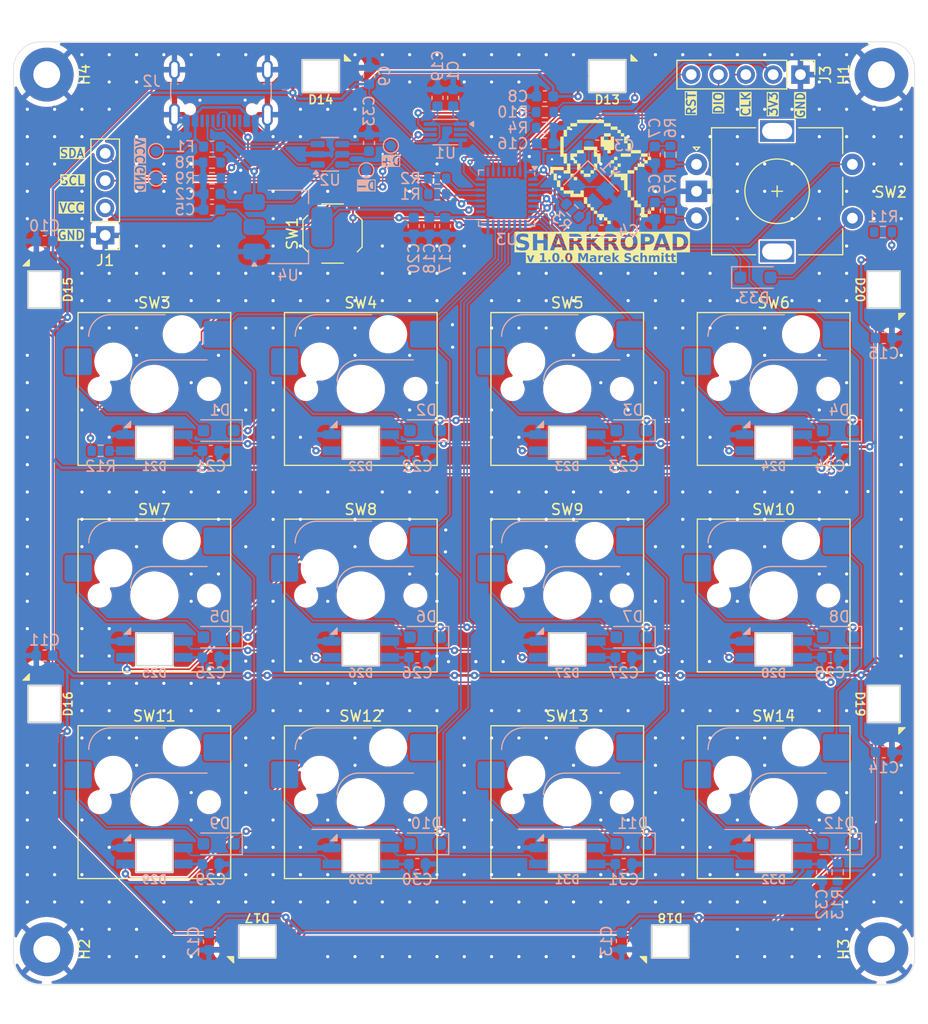
<source format=kicad_pcb>
(kicad_pcb (version 20240108) (generator "pcbnew") (generator_version "8.0")
  (layers (0 "F.Cu" signal "Front") (31 "B.Cu" signal "Back") (34 "B.Paste" user) (35 "F.Paste" user) (36 "B.SilkS" user "B.Silkscreen") (37 "F.SilkS" user "F.Silkscreen") (38 "B.Mask" user) (39 "F.Mask" user) (44 "Edge.Cuts" user))
  (net 0 "")
  (net 1 "VCC")
  (net 2 "GND")
  (net 3 "Net-(C4-Pad1)")
  (net 4 "XTAL1")
  (net 5 "XTAL2")
  (net 6 "+3V3")
  (net 7 "ROTARY_2")
  (net 8 "ROTARY_1")
  (net 9 "Net-(D1-A)")
  (net 10 "row_0")
  (net 11 "Net-(D2-A)")
  (net 12 "Net-(D3-A)")
  (net 13 "Net-(D4-A)")
  (net 14 "Net-(D5-A)")
  (net 15 "row_1")
  (net 16 "Net-(D6-A)")
  (net 17 "Net-(D7-A)")
  (net 18 "Net-(D8-A)")
  (net 19 "row_2")
  (net 20 "Net-(D9-A)")
  (net 21 "Net-(D11-A)")
  (net 22 "SCL")
  (net 23 "SDA")
  (net 24 "RESET")
  (net 25 "row_3")
  (net 26 "ROTARY_SW_OUT")
  (net 27 "Net-(F1-Pad1)")
  (net 28 "Net-(R6-Pad2)")
  (net 29 "Net-(R7-Pad2)")
  (net 30 "RGB_UNDERGLOW")
  (net 31 "col_0")
  (net 32 "col_1")
  (net 33 "col_2")
  (net 34 "Net-(U3-PH3)")
  (net 35 "ROTARY_SW_IN")
  (net 36 "RGB_LIGHTNING_3V3")
  (net 37 "RGB_UNDERGLOW_3V3")
  (net 38 "Net-(D21-DIN)")
  (net 39 "Net-(D21-DOUT)")
  (net 43 "Net-(D10-A)")
  (net 44 "Net-(D12-A)")
  (net 45 "Net-(D13-DOUT)")
  (net 46 "Net-(D14-DOUT)")
  (net 47 "Net-(D15-DOUT)")
  (net 48 "Net-(D16-DOUT)")
  (net 49 "Net-(D17-DOUT)")
  (net 50 "Net-(D18-DOUT)")
  (net 51 "Net-(D19-DOUT)")
  (net 52 "Net-(J2-CC2)")
  (net 53 "Net-(J2-CC1)")
  (net 55 "D-")
  (net 56 "D+")
  (net 57 "Net-(R1-Pad2)")
  (net 58 "Net-(R2-Pad2)")
  (net 59 "RAW_D-")
  (net 60 "RAW_D+")
  (net 61 "Net-(D13-DIN)")
  (net 62 "Net-(D20-DOUT)")
  (net 64 "Net-(D22-DOUT)")
  (net 65 "Net-(D23-DOUT)")
  (net 66 "Net-(D24-DOUT)")
  (net 67 "Net-(D25-DOUT)")
  (net 68 "Net-(D26-DOUT)")
  (net 69 "Net-(D27-DOUT)")
  (net 70 "Net-(D28-DOUT)")
  (net 71 "Net-(D29-DOUT)")
  (net 72 "Net-(D30-DOUT)")
  (net 73 "Net-(D31-DOUT)")
  (net 74 "Net-(D32-DOUT)")
  (net 75 "RGB_LIGHTNING")
  (net 77 "SWDIO")
  (net 79 "SWCLK")
  (footprint "Switches:SW_Hotswap_Kailh_MX_1.00u" (layer "F.Cu") (at 123.3376 97.94)
    (property "Reference" "SW9")
    (property "Value" "SW_Push")
  )
  (footprint "Switches:SW_Hotswap_Kailh_MX_1.00u" (layer "F.Cu") (at 84.9376 78.74)
    (property "Reference" "SW3")
    (property "Value" "SW_Push")
  )
  (footprint "RGB-LED:SK6812-MINI-E" (layer "F.Cu") (at 152.7674 108.012 -90)
    (property "Reference" "D19")
    (property "Value" "SK6812MINI-E" (hide yes))
    (fp_line (start -1.7 1.5) (end -1.7 -1.5) (stroke (width 0.12)) (layer "Edge.Cuts"))
    (fp_line (start 1.7 1.5) (end -1.7 1.5) (stroke (width 0.12)) (layer "Edge.Cuts"))
    (fp_line (start -1.7 -1.5) (end 1.7 -1.5) (stroke (width 0.12)) (layer "Edge.Cuts"))
    (fp_line (start 1.7 -1.5) (end 1.7 1.5) (stroke (width 0.12)) (layer "Edge.Cuts"))
  )
  (footprint "Switches:SW_Hotswap_Kailh_MX_1.00u" (layer "F.Cu") (at 142.5376 78.74)
    (property "Reference" "SW6")
    (property "Value" "SW_Push")
  )
  (footprint "MountingHole:MountingHole_2.5mm_Pad" (layer "F.Cu") (at 74.93 130.81 -90)
    (property "Reference" "H2")
    (property "Value" "MountingHole_Pad")
  )
  (footprint "Switches:SW_Hotswap_Kailh_MX_1.00u" (layer "F.Cu") (at 104.1376 97.94)
    (property "Reference" "SW8")
    (property "Value" "SW_Push")
  )
  (footprint "RGB-LED:SK6812-MINI-E" (layer "F.Cu") (at 74.7154 108.012 90)
    (property "Reference" "D16")
    (property "Value" "SK6812MINI-E" (hide yes))
    (fp_line (start 1.7 -1.5) (end 1.7 1.5) (stroke (width 0.12)) (layer "Edge.Cuts"))
    (fp_line (start -1.7 -1.5) (end 1.7 -1.5) (stroke (width 0.12)) (layer "Edge.Cuts"))
    (fp_line (start 1.7 1.5) (end -1.7 1.5) (stroke (width 0.12)) (layer "Edge.Cuts"))
    (fp_line (start -1.7 1.5) (end -1.7 -1.5) (stroke (width 0.12)) (layer "Edge.Cuts"))
  )
  (footprint "Switches:SW_Hotswap_Kailh_MX_1.00u" (layer "F.Cu") (at 84.9376 117.14)
    (property "Reference" "SW11")
    (property "Value" "SW_Push")
  )
  (footprint "RGB-LED:SK6812-MINI-E" (layer "F.Cu") (at 127.0626 49.665)
    (property "Reference" "D13")
    (property "Value" "SK6812MINI-E" (hide yes))
    (fp_line (start -1.7 -1.5) (end 1.7 -1.5) (stroke (width 0.12)) (layer "Edge.Cuts"))
    (fp_line (start -1.7 1.5) (end -1.7 -1.5) (stroke (width 0.12)) (layer "Edge.Cuts"))
    (fp_line (start 1.7 -1.5) (end 1.7 1.5) (stroke (width 0.12)) (layer "Edge.Cuts"))
    (fp_line (start 1.7 1.5) (end -1.7 1.5) (stroke (width 0.12)) (layer "Edge.Cuts"))
  )
  (footprint "Connector_PinHeader_2.54mm:PinHeader_1x04_P2.54mm_Vertical" (layer "F.Cu") (at 80.3656 64.4652 180)
    (property "Reference" "J1")
    (property "Value" "I2C")
  )
  (footprint "MountingHole:MountingHole_2.5mm_Pad" (layer "F.Cu") (at 152.5584 130.81 90)
    (property "Reference" "H3")
    (property "Value" "MountingHole_Pad")
  )
  (footprint "Connector_PinHeader_2.54mm:PinHeader_1x05_P2.54mm_Vertical" (layer "F.Cu") (at 145.029 49.53 -90)
    (property "Reference" "J3")
    (property "Value" "SWD")
  )
  (footprint "MountingHole:MountingHole_2.5mm_Pad" (layer "F.Cu") (at 152.5584 49.53 90)
    (property "Reference" "H1")
    (property "Value" "MountingHole_Pad")
  )
  (footprint "RGB-LED:SK6812-MINI-E" (layer "F.Cu") (at 152.7674 69.512 -90)
    (property "Reference" "D20")
    (property "Value" "SK6812MINI-E" (hide yes))
    (fp_line (start -1.7 1.5) (end -1.7 -1.5) (stroke (width 0.12)) (layer "Edge.Cuts"))
    (fp_line (start 1.7 1.5) (end -1.7 1.5) (stroke (width 0.12)) (layer "Edge.Cuts"))
    (fp_line (start -1.7 -1.5) (end 1.7 -1.5) (stroke (width 0.12)) (layer "Edge.Cuts"))
    (fp_line (start 1.7 -1.5) (end 1.7 1.5) (stroke (width 0.12)) (layer "Edge.Cuts"))
  )
  (footprint "Logo:Sharkropad-Logo" (layer "F.Cu") (at 126.443693 58.413693)
    (property "Reference" "G***" (hide yes))
    (property "Value" "LOGO" (hide yes))
  )
  (footprint "Switches:SW_Hotswap_Kailh_MX_1.00u" (layer "F.Cu") (at 123.3376 117.14)
    (property "Reference" "SW13")
    (property "Value" "SW_Push")
  )
  (footprint "RGB-LED:SK6812-MINI-E" (layer "F.Cu") (at 100.4126 49.665)
    (property "Reference" "D14")
    (property "Value" "SK6812MINI-E" (hide yes))
    (fp_line (start -1.7 -1.5) (end 1.7 -1.5) (stroke (width 0.12)) (layer "Edge.Cuts"))
    (fp_line (start -1.7 1.5) (end -1.7 -1.5) (stroke (width 0.12)) (layer "Edge.Cuts"))
    (fp_line (start 1.7 -1.5) (end 1.7 1.5) (stroke (width 0.12)) (layer "Edge.Cuts"))
    (fp_line (start 1.7 1.5) (end -1.7 1.5) (stroke (width 0.12)) (layer "Edge.Cuts"))
  )
  (footprint "Switches:SW_Hotswap_Kailh_MX_1.00u" (layer "F.Cu") (at 84.9376 97.94)
    (property "Reference" "SW7")
    (property "Value" "SW_Push")
  )
  (footprint "Switches:SW_Hotswap_Kailh_MX_1.00u" (layer "F.Cu") (at 104.1376 78.74)
    (property "Reference" "SW4")
    (property "Value" "SW_Push")
  )
  (footprint "Encoder:RotaryEncoder_Alps_EC11E-Switch_Vertical_H20mm" (layer "F.Cu") (at 135.36 57.8696)
    (property "Reference" "SW2")
    (property "Value" "RotaryEncoder_Switch")
  )
  (footprint "MountingHole:MountingHole_2.5mm_Pad" (layer "F.Cu") (at 74.93 49.53 -90)
    (property "Reference" "H4")
    (property "Value" "MountingHole_Pad")
  )
  (footprint "Switches:SW_Hotswap_Kailh_MX_1.00u" (layer "F.Cu") (at 142.5376 117.14)
    (property "Reference" "SW14")
    (property "Value" "SW_Push")
  )
  (footprint "Switches:SW_Hotswap_Kailh_MX_1.00u" (layer "F.Cu") (at 142.5376 97.94)
    (property "Reference" "SW10")
    (property "Value" "SW_Push")
  )
  (footprint "RGB-LED:SK6812-MINI-E" (layer "F.Cu") (at 74.7154 69.512 90)
    (property "Reference" "D15")
    (property "Value" "SK6812MINI-E" (hide yes))
    (fp_line (start 1.7 -1.5) (end 1.7 1.5) (stroke (width 0.12)) (layer "Edge.Cuts"))
    (fp_line (start -1.7 -1.5) (end 1.7 -1.5) (stroke (width 0.12)) (layer "Edge.Cuts"))
    (fp_line (start 1.7 1.5) (end -1.7 1.5) (stroke (width 0.12)) (layer "Edge.Cuts"))
    (fp_line (start -1.7 1.5) (end -1.7 -1.5) (stroke (width 0.12)) (layer "Edge.Cuts"))
  )
  (footprint "RGB-LED:SK6812-MINI-E" (layer "F.Cu") (at 132.916 130.0874 180)
    (property "Reference" "D18")
    (property "Value" "SK6812MINI-E" (hide yes))
    (fp_line (start 1.7 1.5) (end -1.7 1.5) (stroke (width 0.12)) (layer "Edge.Cuts"))
    (fp_line (start 1.7 -1.5) (end 1.7 1.5) (stroke (width 0.12)) (layer "Edge.Cuts"))
    (fp_line (start -1.7 1.5) (end -1.7 -1.5) (stroke (width 0.12)) (layer "Edge.Cuts"))
    (fp_line (start -1.7 -1.5) (end 1.7 -1.5) (stroke (width 0.12)) (layer "Edge.Cuts"))
  )
  (footprint "Switches:SW_Hotswap_Kailh_MX_1.00u" (layer "F.Cu") (at 104.1376 117.14)
    (property "Reference" "SW12")
    (property "Value" "SW_Push")
  )
  (footprint "Button_Switch_SMD:SW_SPST_TL3342" (layer "F.Cu") (at 101.51 64.3 90)
    (property "Reference" "SW1")
    (property "Value" "SW_Push")
  )
  (footprint "RGB-LED:SK6812-MINI-E" (layer "F.Cu") (at 94.516 130.0874 180)
    (property "Reference" "D17")
    (property "Value" "SK6812MINI-E" (hide yes))
    (fp_line (start 1.7 1.5) (end -1.7 1.5) (stroke (width 0.12)) (layer "Edge.Cuts"))
    (fp_line (start 1.7 -1.5) (end 1.7 1.5) (stroke (width 0.12)) (layer "Edge.Cuts"))
    (fp_line (start -1.7 1.5) (end -1.7 -1.5) (stroke (width 0.12)) (layer "Edge.Cuts"))
    (fp_line (start -1.7 -1.5) (end 1.7 -1.5) (stroke (width 0.12)) (layer "Edge.Cuts"))
  )
  (footprint "Switches:SW_Hotswap_Kailh_MX_1.00u" (layer "F.Cu") (at 123.3376 78.74)
    (property "Reference" "SW5")
    (property "Value" "SW_Push")
  )
  (footprint "TestPoint:TestPoint_Pad_D1.0mm" (layer "B.Cu") (at 106.934 56.134 180)
    (property "Reference" "TP4" (hide yes))
    (property "Value" "D-")
  )
  (footprint "Diode_SMD:D_SOD-123F" (layer "B.Cu") (at 129.3076 121.01 180)
    (property "Reference" "D11")
    (property "Value" "D")
  )
  (footprint "Resistor_SMD:R_0603_1608Metric" (layer "B.Cu") (at 121.26 53.01)
    (property "Reference" "R10")
    (property "Value" "500")
  )
  (footprint "Capacitor_SMD:C_0603_1608Metric" (layer "B.Cu") (at 109.3876 84.49 180)
    (property "Reference" "C22")
    (property "Value" "0.1u")
  )
  (footprint "RGB-LED:SK6812-MINI-E" (layer "B.Cu") (at 142.5376 102.94 180)
    (property "Reference" "D28")
    (property "Value" "SK6812MINI-E" (hide yes))
    (fp_line (start 1.7 1.5) (end -1.7 1.5) (stroke (width 0.12)) (layer "Edge.Cuts"))
    (fp_line (start 1.7 -1.5) (end 1.7 1.5) (stroke (width 0.12)) (layer "Edge.Cuts"))
    (fp_line (start -1.7 1.5) (end -1.7 -1.5) (stroke (width 0.12)) (layer "Edge.Cuts"))
    (fp_line (start -1.7 -1.5) (end 1.7 -1.5) (stroke (width 0.12)) (layer "Edge.Cuts"))
  )
  (footprint "Capacitor_SMD:C_0603_1608Metric" (layer "B.Cu") (at 147.7876 84.49 180)
    (property "Reference" "C24")
    (property "Value" "0.1u")
  )
  (footprint "Capacitor_SMD:C_0603_1608Metric" (layer "B.Cu") (at 147.7876 103.69 180)
    (property "Reference" "C28")
    (property "Value" "0.1u")
  )
  (footprint "TestPoint:TestPoint_Pad_D1.0mm" (layer "B.Cu") (at 104.648 58.42 180)
    (property "Reference" "TP3" (hide yes))
    (property "Value" "D+")
  )
  (footprint "Capacitor_SMD:C_0603_1608Metric" (layer "B.Cu") (at 110.5175 63.6 -90)
    (property "Reference" "C18")
    (property "Value" "4.7u")
  )
  (footprint "Resistor_SMD:R_0603_1608Metric" (layer "B.Cu") (at 152.7048 64.1604 180)
    (property "Reference" "R11")
    (property "Value" "500")
  )
  (footprint "TestPoint:TestPoint_Pad_D1.0mm" (layer "B.Cu") (at 85.09 59.182 180)
    (property "Reference" "TP2" (hide yes))
    (property "Value" "GND")
  )
  (footprint "Capacitor_SMD:C_0603_1608Metric" (layer "B.Cu") (at 147.03 123.645 90)
    (property "Reference" "C32")
    (property "Value" "0.1u")
  )
  (footprint "Capacitor_SMD:C_0603_1608Metric" (layer "B.Cu") (at 111.27 51.685 -90)
    (property "Reference" "C19")
    (property "Value" "0.1u")
  )
  (footprint "Capacitor_SMD:C_0603_1608Metric" (layer "B.Cu") (at 121.26 55.93)
    (property "Reference" "C16")
    (property "Value" "0.1u")
  )
  (footprint "Resistor_SMD:R_0603_1608Metric" (layer "B.Cu") (at 123.83 62.15 -45)
    (property "Reference" "R3")
    (property "Value" "390")
  )
  (footprint "Resistor_SMD:R_0603_1608Metric" (layer "B.Cu") (at 111.2525 60.64 180)
    (property "Reference" "R1")
    (property "Value" "22")
  )
  (footprint "RGB-LED:SK6812-MINI-E" (layer "B.Cu") (at 142.5376 83.74 180)
    (property "Reference" "D24")
    (property "Value" "SK6812MINI-E" (hide yes))
    (fp_line (start 1.7 1.5) (end -1.7 1.5) (stroke (width 0.12)) (layer "Edge.Cuts"))
    (fp_line (start 1.7 -1.5) (end 1.7 1.5) (stroke (width 0.12)) (layer "Edge.Cuts"))
    (fp_line (start -1.7 1.5) (end -1.7 -1.5) (stroke (width 0.12)) (layer "Edge.Cuts"))
    (fp_line (start -1.7 -1.5) (end 1.7 -1.5) (stroke (width 0.12)) (layer "Edge.Cuts"))
  )
  (footprint "Capacitor_SMD:C_0603_1608Metric" (layer "B.Cu") (at 90.1876 103.69 180)
    (property "Reference" "C25")
    (property "Value" "0.1u")
  )
  (footprint "Resistor_SMD:R_0603_1608Metric" (layer "B.Cu") (at 132.94 56.98 -90)
    (property "Reference" "R6")
    (property "Value" "1k")
  )
  (footprint "Diode_SMD:D_SOD-123F" (layer "B.Cu") (at 129.3076 82.61 180)
    (property "Reference" "D3")
    (property "Value" "D")
  )
  (footprint "Capacitor_SMD:C_0603_1608Metric" (layer "B.Cu") (at 128.5876 122.89 180)
    (property "Reference" "C31")
    (property "Value" "0.1u")
  )
  (footprint "Capacitor_SMD:C_0603_1608Metric" (layer "B.Cu") (at 112.73 51.68 -90)
    (property "Reference" "C1")
    (property "Value" "0.1u")
  )
  (footprint "RGB-LED:SK6812-MINI-E" (layer "B.Cu") (at 123.3376 102.94 180)
    (property "Reference" "D27")
    (property "Value" "SK6812MINI-E" (hide yes))
    (fp_line (start 1.7 1.5) (end -1.7 1.5) (stroke (width 0.12)) (layer "Edge.Cuts"))
    (fp_line (start 1.7 -1.5) (end 1.7 1.5) (stroke (width 0.12)) (layer "Edge.Cuts"))
    (fp_line (start -1.7 1.5) (end -1.7 -1.5) (stroke (width 0.12)) (layer "Edge.Cuts"))
    (fp_line (start -1.7 -1.5) (end 1.7 -1.5) (stroke (width 0.12)) (layer "Edge.Cuts"))
  )
  (footprint "RGB-LED:SK6812-MINI-E" (layer "B.Cu") (at 104.1376 102.94 180)
    (property "Reference" "D26")
    (property "Value" "SK6812MINI-E" (hide yes))
    (fp_line (start 1.7 1.5) (end -1.7 1.5) (stroke (width 0.12)) (layer "Edge.Cuts"))
    (fp_line (start 1.7 -1.5) (end 1.7 1.5) (stroke (width 0.12)) (layer "Edge.Cuts"))
    (fp_line (start -1.7 1.5) (end -1.7 -1.5) (stroke (width 0.12)) (layer "Edge.Cuts"))
    (fp_line (start -1.7 -1.5) (end 1.7 -1.5) (stroke (width 0.12)) (layer "Edge.Cuts"))
  )
  (footprint "Diode_SMD:D_SOD-123F" (layer "B.Cu") (at 110.1076 82.61 180)
    (property "Reference" "D2")
    (property "Value" "D")
  )
  (footprint "Connector_USB:USB_C_Receptacle_GCT_USB4105-xx-A_16P_TopMnt_Horizontal" (layer "B.Cu") (at 91.13 50.145)
    (property "Reference" "J2")
    (property "Value" "USB_C_Receptacle_USB2.0_14P")
  )
  (footprint "Capacitor_SMD:C_0603_1608Metric" (layer "B.Cu") (at 90.297 60.62 180)
    (property "Reference" "C2")
    (property "Value" "1u")
  )
  (footprint "Resistor_SMD:R_0603_1608Metric" (layer "B.Cu") (at 111.2525 59.18 180)
    (property "Reference" "R2")
    (property "Value" "22")
  )
  (footprint "Capacitor_SMD:C_0603_1608Metric" (layer "B.Cu") (at 152.7788 74.002 180)
    (property "Reference" "C15")
    (property "Value" "0.1u")
  )
  (footprint "Capacitor_SMD:C_0603_1608Metric" (layer "B.Cu") (at 128.5876 103.69 180)
    (property "Reference" "C27")
    (property "Value" "0.1u")
  )
  (footprint "RGB-LED:SK6812-MINI-E" (layer "B.Cu") (at 84.9376 83.74 180)
    (property "Reference" "D21")
    (property "Value" "SK6812MINI-E" (hide yes))
    (fp_line (start 1.7 1.5) (end -1.7 1.5) (stroke (width 0.12)) (layer "Edge.Cuts"))
    (fp_line (start 1.7 -1.5) (end 1.7 1.5) (stroke (width 0.12)) (layer "Edge.Cuts"))
    (fp_line (start -1.7 1.5) (end -1.7 -1.5) (stroke (width 0.12)) (layer "Edge.Cuts"))
    (fp_line (start -1.7 -1.5) (end 1.7 -1.5) (stroke (width 0.12)) (layer "Edge.Cuts"))
  )
  (footprint "Diode_SMD:D_SOD-123F" (layer "B.Cu") (at 110.1076 121.01 180)
    (property "Reference" "D10")
    (property "Value" "D")
  )
  (footprint "Capacitor_SMD:C_0603_1608Metric" (layer "B.Cu") (at 128.5876 84.49 180)
    (property "Reference" "C23")
    (property "Value" "0.1u")
  )
  (footprint "Diode_SMD:D_SOD-123F" (layer "B.Cu") (at 148.5076 82.61 180)
    (property "Reference" "D4")
    (property "Value" "D")
  )
  (footprint "Capacitor_SMD:C_0603_1608Metric" (layer "B.Cu") (at 131.48 56.98 -90)
    (property "Reference" "C7")
    (property "Value" "0.1u")
  )
  (footprint "Capacitor_SMD:C_0603_1608Metric" (layer "B.Cu") (at 109.0575 63.6 -90)
    (property "Reference" "C20")
    (property "Value" "0.1u")
  )
  (footprint "Capacitor_SMD:C_0603_1608Metric" (layer "B.Cu") (at 109.3876 122.89 180)
    (property "Reference" "C30")
    (property "Value" "0.1u")
  )
  (footprint "Capacitor_SMD:C_0603_1608Metric" (layer "B.Cu") (at 90.297 62.08 180)
    (property "Reference" "C5")
    (property "Value" "1u")
  )
  (footprint "Resistor_SMD:R_0603_1608Metric" (layer "B.Cu") (at 148.49 123.645 -90)
    (property "Reference" "R13")
    (property "Value" "500")
  )
  (footprint "Fuse:Fuse_0603_1608Metric" (layer "B.Cu") (at 90.297 56.22)
    (property "Reference" "F1")
    (property "Value" "500mA")
  )
  (footprint "RGB-LED:SK6812-MINI-E" (layer "B.Cu") (at 84.9376 122.14 180)
    (property "Reference" "D29")
    (property "Value" "SK6812MINI-E" (hide yes))
    (fp_line (start 1.7 1.5) (end -1.7 1.5) (stroke (width 0.12)) (layer "Edge.Cuts"))
    (fp_line (start 1.7 -1.5) (end 1.7 1.5) (stroke (width 0.12)) (layer "Edge.Cuts"))
    (fp_line (start -1.7 1.5) (end -1.7 -1.5) (stroke (width 0.12)) (layer "Edge.Cuts"))
    (fp_line (start -1.7 -1.5) (end 1.7 -1.5) (stroke (width 0.12)) (layer "Edge.Cuts"))
  )
  (footprint "RGB-LED:SK6812-MINI-E" (layer "B.Cu") (at 104.1376 83.74 180)
    (property "Reference" "D22")
    (property "Value" "SK6812MINI-E" (hide yes))
    (fp_line (start 1.7 1.5) (end -1.7 1.5) (stroke (width 0.12)) (layer "Edge.Cuts"))
    (fp_line (start 1.7 -1.5) (end 1.7 1.5) (stroke (width 0.12)) (layer "Edge.Cuts"))
    (fp_line (start -1.7 1.5) (end -1.7 -1.5) (stroke (width 0.12)) (layer "Edge.Cuts"))
    (fp_line (start -1.7 -1.5) (end 1.7 -1.5) (stroke (width 0.12)) (layer "Edge.Cuts"))
  )
  (footprint "Diode_SMD:D_SOD-123F" (layer "B.Cu") (at 148.5076 101.81 180)
    (property "Reference" "D8")
    (property "Value" "D")
  )
  (footprint "Capacitor_SMD:C_0603_1608Metric" (layer "B.Cu") (at 131.48 62.18 90)
    (property "Reference" "C6")
    (property "Value" "0.1u")
  )
  (footprint "Capacitor_SMD:C_0603_1608Metric" (layer "B.Cu") (at 111.9775 63.6 -90)
    (property "Reference" "C17")
    (property "Value" "0.1u")
  )
  (footprint "Crystal:Crystal_SMD_SeikoEpson_FA238-4Pin_3.2x2.5mm" (layer "B.Cu") (at 125.556594 60.075224 -45)
    (property "Reference" "Y1")
    (property "Value" "Crystal_GND24")
  )
  (footprint "Capacitor_SMD:C_0603_1608Metric" (layer "B.Cu") (at 152.7788 112.502 180)
    (property "Reference" "C14")
    (property "Value" "0.1u")
  )
  (footprint "Resistor_SMD:R_0603_1608Metric" (layer "B.Cu") (at 79.9376 84.49)
    (property "Reference" "R12")
    (property "Value" "500")
  )
  (footprint "Capacitor_SMD:C_0603_1608Metric" (layer "B.Cu") (at 121.26 51.55)
    (property "Reference" "C8")
    (property "Value" "0.1u")
  )
  (footprint "Resistor_SMD:R_0603_1608Metric" (layer "B.Cu") (at 90.297 57.7 180)
    (property "Reference" "R8")
    (property "Value" "5.1k")
  )
  (footprint "Package_TO_SOT_SMD:SOT-223-3_TabPin2" (layer "B.Cu") (at 97.37 63.68)
    (property "Reference" "U4")
    (property "Value" "LM1117MP-3.3")
  )
  (footprint "Capacitor_SMD:C_0603_1608Metric" (layer "B.Cu") (at 104.902 55.88 90)
    (property "Reference" "C33")
    (property "Value" "0.1u")
  )
  (footprint "RGB-LED:SK6812-MINI-E" (layer "B.Cu") (at 123.3376 122.14 180)
    (property "Reference" "D31")
    (property "Value" "SK6812MINI-E" (hide yes))
    (fp_line (start 1.7 1.5) (end -1.7 1.5) (stroke (width 0.12)) (layer "Edge.Cuts"))
    (fp_line (start 1.7 -1.5) (end 1.7 1.5) (stroke (width 0.12)) (layer "Edge.Cuts"))
    (fp_line (start -1.7 1.5) (end -1.7 -1.5) (stroke (width 0.12)) (layer "Edge.Cuts"))
    (fp_line (start -1.7 -1.5) (end 1.7 -1.5) (stroke (width 0.12)) (layer "Edge.Cuts"))
  )
  (footprint "Capacitor_SMD:C_0603_1608Metric" (layer "B.Cu") (at 90.0176 130.0988 90)
    (property "Reference" "C12")
    (property "Value" "0.1u")
  )
  (footprint "RGB-LED:SK6812-MINI-E" (layer "B.Cu") (at 84.9376 102.94 180)
    (property "Reference" "D25")
    (property "Value" "SK6812MINI-E" (hide yes))
    (fp_line (start 1.7 1.5) (end -1.7 1.5) (stroke (width 0.12)) (layer "Edge.Cuts"))
    (fp_line (start 1.7 -1.5) (end 1.7 1.5) (stroke (width 0.12)) (layer "Edge.Cuts"))
    (fp_line (start -1.7 1.5) (end -1.7 -1.5) (stroke (width 0.12)) (layer "Edge.Cuts"))
    (fp_line (start -1.7 -1.5) (end 1.7 -1.5) (stroke (width 0.12)) (layer "Edge.Cuts"))
  )
  (footprint "Package_DFN_QFN:QFN-32-1EP_5x5mm_P0.5mm_EP3.45x3.45mm" (layer "B.Cu") (at 117.7 61.01 180)
    (property "Reference" "U3")
    (property "Value" "STM32L432KCUx")
  )
  (footprint "Resistor_SMD:R_0603_1608Metric" (layer "B.Cu") (at 132.94 62.18 -90)
    (property "Reference" "R7")
    (property "Value" "1k")
  )
  (footprint "Diode_SMD:D_SOD-123F" (layer "B.Cu") (at 90.9076 101.81 180)
    (property "Reference" "D5")
    (property "Value" "D")
  )
  (footprint "Capacitor_SMD:C_0603_1608Metric" (layer "B.Cu") (at 104.9126 49.6438 -90)
    (property "Reference" "C9")
    (property "Value" "0.1u")
  )
  (footprint "Capacitor_SMD:C_0603_1608Metric" (layer "B.Cu") (at 74.7268 103.512)
    (property "Reference" "C11")
    (property "Value" "0.1u")
  )
  (footprint "Resistor_SMD:R_0603_1608Metric" (layer "B.Cu") (at 90.297 59.16 180)
    (property "Reference" "R9")
    (property "Value" "5.1k")
  )
  (footprint "Diode_SMD:D_SOD-123F" (layer "B.Cu") (at 140.84 68.38)
    (property "Reference" "D33")
    (property "Value" "D")
  )
  (footprint "Diode_SMD:D_SOD-123F" (layer "B.Cu") (at 90.9076 82.61 180)
    (property "Reference" "D1")
    (property "Value" "D")
  )
  (footprint "Capacitor_SMD:C_0603_1608Metric" (layer "B.Cu") (at 126.538341 64.028891)
    (property "Reference" "C4")
    (property "Value" "22p")
  )
  (footprint "Diode_SMD:D_SOD-123F" (layer "B.Cu") (at 110.1076 101.81 180)
    (property "Reference" "D6")
    (property "Value" "D")
  )
  (footprint "RGB-LED:SK6812-MINI-E" (layer "B.Cu") (at 104.1376 122.14 180)
    (property "Reference" "D30")
    (property "Value" "SK6812MINI-E" (hide yes))
    (fp_line (start 1.7 1.5) (end -1.7 1.5) (stroke (width 0.12)) (layer "Edge.Cuts"))
    (fp_line (start 1.7 -1.5) (end 1.7 1.5) (stroke (width 0.12)) (layer "Edge.Cuts"))
    (fp_line (start -1.7 1.5) (end -1.7 -1.5) (stroke (width 0.12)) (layer "Edge.Cuts"))
    (fp_line (start -1.7 -1.5) (end 1.7 -1.5) (stroke (width 0.12)) (layer "Edge.Cuts"))
  )
  (footprint "Resistor_SMD:R_0603_1608Metric" (layer "B.Cu") (at 121.26 54.47)
    (property "Reference" "R4")
    (property "Value" "10k")
  )
  (footprint "Diode_SMD:D_SOD-123F" (layer "B.Cu") (at 90.9076 121.01 180)
    (property "Reference" "D9")
    (property "Value" "D")
  )
  (footprint "Diode_SMD:D_SOD-123F" (layer "B.Cu") (at 129.3076 101.81 180)
    (property "Reference" "D7")
    (property "Value" "D")
  )
  (footprint "Capacitor_SMD:C_0603_1608Metric" (layer "B.Cu") (at 90.1876 122.89 180)
    (property "Reference" "C29")
    (property "Value" "0.1u")
  )
  (footprint "RGB-LED:SK6812-MINI-E" (layer "B.Cu") (at 123.3376 83.74 180)
    (property "Reference" "D23")
    (property "Value" "SK6812MINI-E" (hide yes))
    (fp_line (start 1.7 1.5) (end -1.7 1.5) (stroke (width 0.12)) (layer "Edge.Cuts"))
    (fp_line (start 1.7 -1.5) (end 1.7 1.5) (stroke (width 0.12)) (layer "Edge.Cuts"))
    (fp_line (start -1.7 1.5) (end -1.7 -1.5) (stroke (width 0.12)) (layer "Edge.Cuts"))
    (fp_line (start -1.7 -1.5) (end 1.7 -1.5) (stroke (width 0.12)) (layer "Edge.Cuts"))
  )
  (footprint "Capacitor_SMD:C_0603_1608Metric" (layer "B.Cu") (at 126.131941 56.129091)
    (property "Reference" "C3")
    (property "Value" "22p")
  )
  (footprint "Capacitor_SMD:C_0603_1608Metric" (layer "B.Cu") (at 90.1876 84.49 180)
    (property "Reference" "C21")
    (property "Value" "0.1u")
  )
  (footprint "Capacitor_SMD:C_0603_1608Metric" (layer "B.Cu") (at 74.7268 65.012)
    (property "Reference" "C10")
    (property "Value" "0.1u")
  )
  (footprint "Diode_SMD:D_SOD-123F" (layer "B.Cu") (at 148.5076 121.01 180)
    (property "Reference" "D12")
    (property "Value" "D")
  )
  (footprint "Package_SO:VSSOP-8_2.3x2mm_P0.5mm" (layer "B.Cu") (at 112.005 54.87 180)
    (property "Reference" "U1")
    (property "Value" "SN74LVC2T45DCUR")
  )
  (footprint "Capacitor_SMD:C_0603_1608Metric" (layer "B.Cu") (at 109.3876 103.69 180)
    (property "Reference" "C26")
    (property "Value" "0.1u")
  )
  (footprint "TestPoint:TestPoint_Pad_D1.0mm" (layer "B.Cu") (at 85.09 56.642 180)
    (property "Reference" "TP1" (hide yes))
    (property "Value" "VCC")
  )
  (footprint "Package_TO_SOT_SMD:SOT-23-6" (layer "B.Cu") (at 101.2675 56.93)
    (property "Reference" "U2")
    (property "Value" "USBLC6-2SC6")
  )
  (footprint "RGB-LED:SK6812-MINI-E" (layer "B.Cu") (at 142.5376 122.14 180)
    (property "Reference" "D32")
    (property "Value" "SK6812MINI-E" (hide yes))
    (fp_line (start 1.7 1.5) (end -1.7 1.5) (stroke (width 0.12)) (layer "Edge.Cuts"))
    (fp_line (start 1.7 -1.5) (end 1.7 1.5) (stroke (width 0.12)) (layer "Edge.Cuts"))
    (fp_line (start -1.7 1.5) (end -1.7 -1.5) (stroke (width 0.12)) (layer "Edge.Cuts"))
    (fp_line (start -1.7 -1.5) (end 1.7 -1.5) (stroke (width 0.12)) (layer "Edge.Cuts"))
  )
  (footprint "Capacitor_SMD:C_0603_1608Metric" (layer "B.Cu") (at 128.416 130.048 90)
    (property "Reference" "C13")
    (property "Value" "0.1u")
  )
  (gr_line (start 71.8322 49.022) (end 71.8322 131.572) (stroke (width 0.05)) (layer "Edge.Cuts"))
  (gr_arc (start 153.1122 46.482) (mid 154.908251 47.225949) (end 155.6522 49.022) (stroke (width 0.05)) (layer "Edge.Cuts"))
  (gr_line (start 74.3722 134.112) (end 153.112201 134.112001) (stroke (width 0.05)) (layer "Edge.Cuts"))
  (gr_arc (start 71.8322 49.022) (mid 72.576149 47.225949) (end 74.3722 46.482) (stroke (width 0.05)) (layer "Edge.Cuts"))
  (gr_line (start 74.3722 46.482) (end 153.1122 46.482) (stroke (width 0.05)) (layer "Edge.Cuts"))
  (gr_arc (start 74.3722 134.112) (mid 72.576149 133.368051) (end 71.8322 131.572) (stroke (width 0.05)) (layer "Edge.Cuts"))
  (gr_arc (start 155.652201 131.572001) (mid 154.908252 133.368052) (end 153.112201 134.112001) (stroke (width 0.05)) (layer "Edge.Cuts"))
  (gr_line (start 155.6522 49.022) (end 155.6522 131.572) (stroke (width 0.05)) (layer "Edge.Cuts"))
  (gr_text "D-" (at 104.648 59.868 0) (layer "B.SilkS" knockout) (effects (font (size 0.8 0.8) (thickness 0.15) (bold yes)) (justify mirror)))
  (gr_text "VCC" (at 83.642 56.642 90) (layer "B.SilkS" knockout) (effects (font (size 0.8 0.8) (thickness 0.15) (bold yes)) (justify mirror)))
  (gr_text "D+" (at 106.934 57.582 0) (layer "B.SilkS" knockout) (effects (font (size 0.8 0.8) (thickness 0.15) (bold yes)) (justify mirror)))
  (gr_text "GND" (at 83.642 59.182 90) (layer "B.SilkS" knockout) (effects (font (size 0.8 0.8) (thickness 0.15) (bold yes)) (justify mirror)))
  (gr_text "RST" (at 134.874 51.054 90) (layer "F.SilkS" knockout) (effects (font (size 0.8 0.8) (thickness 0.15) (bold yes)) (justify right)))
  (gr_text "GND" (at 78.5 64.4652 0) (layer "F.SilkS" knockout) (effects (font (size 0.8 0.8) (thickness 0.15) (bold yes)) (justify right)))
  (gr_text "GND" (at 145.034 51.054 90) (layer "F.SilkS" knockout) (effects (font (size 0.8 0.8) (thickness 0.15) (bold yes)) (justify right)))
  (gr_text "3V3" (at 142.494 51.054 90) (layer "F.SilkS" knockout) (effects (font (size 0.8 0.8) (thickness 0.15) (bold yes)) (justify right)))
  (gr_text "v 1.0.0 Marek Schmitt" (at 119.565 67.072 0) (layer "F.SilkS" knockout) (effects (font (size 0.8 0.8) (thickness 0.15) (bold yes)) (justify left bottom)))
  (gr_text "SDA" (at 78.5 56.8452 0) (layer "F.SilkS" knockout) (effects (font (size 0.8 0.8) (thickness 0.15) (bold yes)) (justify right)))
  (gr_text "SCL" (at 78.5 59.3852 0) (layer "F.SilkS" knockout) (effects (font (size 0.8 0.8) (thickness 0.15) (bold yes)) (justify right)))
  (gr_text "DIO" (at 137.414 51.054 90) (layer "F.SilkS" knockout) (effects (font (size 0.8 0.8) (thickness 0.15) (bold yes)) (justify right)))
  (gr_text "VCC" (at 78.5 61.9252 0) (layer "F.SilkS" knockout) (effects (font (size 0.8 0.8) (thickness 0.15) (bold yes)) (justify right)))
  (gr_text "SHARKROPAD" (at 126.57 66.11 0) (layer "F.SilkS" knockout) (effects (font (size 1.5 1.5) (thickness 0.15) (bold yes)) (justify bottom)))
  (gr_text "CLK" (at 139.954 51.054 90) (layer "F.SilkS" knockout) (effects (font (size 0.8 0.8) (thickness 0.15) (bold yes)) (justify right)))
  (segment (start 97.8154 51.22) (end 97.8154 50.4622) (width 0.25) (layer "F.Cu") (net 1))
  (segment (start 150.6474 105.3592) (end 150.6728 105.3338) (width 0.15) (layer "F.Cu") (net 1))
  (segment (start 149 84.11) (end 147 86.11) (width 0.25) (layer "F.Cu") (net 1))
  (segment (start 124.35 50.4176) (end 124.3526 50.415) (width 0.2) (layer "F.Cu") (net 1))
  (segment (start 124.35 51.56) (end 124.35 50.4176) (width 0.25) (layer "F.Cu") (net 1))
  (segment (start 108.62 86.06) (end 127.83 86.06) (width 0.25) (layer "F.Cu") (net 1))
  (segment (start 97.226 127.894827) (end 97.169373 127.8382) (width 0.15) (layer "F.Cu") (net 1))
  (segment (start 97.8154 50.4622) (end 97.8626 50.415) (width 0.25) (layer "F.Cu") (net 1))
  (segment (start 76.8604 72.0752) (end 75.5574 72.0752) (width 0.25) (layer "F.Cu") (net 1))
  (segment (start 89.41 86.07) (end 89.42 86.06) (width 0.25) (layer "F.Cu") (net 1))
  (segment (start 93.6336 105.3592) (end 95.4278 105.3592) (width 0.25) (layer "F.Cu") (net 1))
  (segment (start 132.0038 105.3592) (end 133.858 105.3592) (width 0.25) (layer "F.Cu") (net 1))
  (segment (start 89.41 86.07) (end 89.42 86.08) (width 0.25) (layer "F.Cu") (net 1))
  (segment (start 151.4694 84.11) (end 149 84.11) (width 0.25) (layer "F.Cu") (net 1))
  (segment (start 150.6728 66.7452) (end 151.9758 66.7452) (width 0.25) (layer "F.Cu") (net 1))
  (segment (start 97.8154 54.9148) (end 94.22 58.5102) (width 0.25) (layer "F.Cu") (net 1))
  (segment (start 147.0152 105.3592) (end 150.6474 105.3592) (width 0.25) (layer "F.Cu") (net 1))
  (segment (start 146.998964 86.108964) (end 147 86.11) (width 0.25) (layer "F.Cu") (net 1))
  (segment (start 127.878964 86.108964) (end 146.998964 86.108964) (width 0.25) (layer "F.Cu") (net 1))
  (segment (start 97.226 129.3374) (end 97.226 127.894827) (width 0.25) (layer "F.Cu") (net 1))
  (segment (start 112.8614 105.3592) (end 114.7064 105.3592) (width 0.25) (layer "F.Cu") (net 1))
  (segment (start 97.8154 51.22) (end 97.8154 54.9148) (width 0.25) (layer "F.Cu") (net 1))
  (segment (start 150.6728 105.3338) (end 151.9758 105.3338) (width 0.25) (layer "F.Cu") (net 1))
  (segment (start 89.42 86.06) (end 108.62 86.06) (width 0.25) (layer "F.Cu") (net 1))
  (segment (start 127.83 86.06) (end 127.878964 86.108964) (width 0.25) (layer "F.Cu") (net 1))
  (segment (start 76.835 110.5408) (end 75.532 110.5408) (width 0.25) (layer "F.Cu") (net 1))
  (segment (start 135.636 129.3622) (end 135.636 127.919627) (width 0.25) (layer "F.Cu") (net 1))
  (via (at 97.169373 127.8382) (size 0.7) (drill 0.3) (layers "F.Cu" "B.Cu") (net 1))
  (via (at 94.22 58.5102) (size 0.7) (drill 0.3) (layers "F.Cu" "B.Cu") (net 1))
  (via (at 108.62 86.06) (size 0.7) (drill 0.3) (layers "F.Cu" "B.Cu") (net 1))
  (via (at 95.4278 105.3592) (size 0.7) (drill 0.3) (layers "F.Cu" "B.Cu") (net 1))
  (via (at 127.83 86.06) (size 0.7) (drill 0.3) (layers "F.Cu" "B.Cu") (net 1))
  (via (at 132.0038 105.3592) (size 0.7) (drill 0.3) (layers "F.Cu" "B.Cu") (net 1))
  (via (at 89.41 86.07) (size 0.7) (drill 0.3) (layers "F.Cu" "B.Cu") (net 1))
  (via (at 114.7064 105.3592) (size 0.7) (drill 0.3) (layers "F.Cu" "B.Cu") (net 1))
  (via (at 135.579373 127.863) (size 0.7) (drill 0.3) (layers "F.Cu" "B.Cu") (net 1))
  (via (at 133.858 105.3592) (size 0.7) (drill 0.3) (layers "F.Cu" "B.Cu") (net 1))
  (via (at 147 86.11) (size 0.7) (drill 0.3) (layers "F.Cu" "B.Cu") (net 1))
  (via (at 147.0152 105.3592) (size 0.7) (drill 0.3) (layers "F.Cu" "B.Cu") (net 1))
  (via (at 124.35 51.56) (size 0.7) (drill 0.3) (layers "F.Cu" "B.Cu") (net 1))
  (via (at 151.4694 84.11) (size 0.7) (drill 0.3) (layers "F.Cu" "B.Cu") (net 1))
  (via (at 150.6728 105.3338) (size 0.7) (drill 0.3) (layers "F.Cu" "B.Cu") (net 1))
  (via (at 150.6728 66.7452) (size 0.7) (drill 0.3) (layers "F.Cu" "B.Cu") (net 1))
  (via (at 112.8614 105.3592) (size 0.7) (drill 0.3) (layers "F.Cu" "B.Cu") (net 1))
  (via (at 76.835 110.5408) (size 0.7) (drill 0.3) (layers "F.Cu" "B.Cu") (net 1))
  (via (at 76.8604 72.0752) (size 0.7) (drill 0.3) (layers "F.Cu" "B.Cu") (net 1))
  (via (at 93.6336 105.3592) (size 0.7) (drill 0.3) (layers "F.Cu" "B.Cu") (net 1))
  (via (at 97.8154 51.22) (size 0.7) (drill 0.3) (layers "F.Cu" "B.Cu") (net 1))
  (segment (start 102.405 56.93) (end 102.158014 56.93) (width 0.15) (layer "B.Cu") (net 1))
  (segment (start 87.6476 122.89) (end 89.4126 122.89) (width 0.25) (layer "B.Cu") (net 1))
  (segment (start 145.2476 84.49) (end 147.0126 84.49) (width 0.25) (layer "B.Cu") (net 1))
  (segment (start 108.6404 124.2106) (end 109.0422 124.6124) (width 0.25) (layer "B.Cu") (net 1))
  (segment (start 89.41 86.07) (end 76.3294 86.07) (width 0.25) (layer "B.Cu") (net 1))
  (segment (start 108.615 105.0336) (end 108.9406 105.3592) (width 0.25) (layer "B.Cu") (net 1))
  (segment (start 95.4278 105.3592) (end 112.8614 105.3592) (width 0.25) (layer "B.Cu") (net 1))
  (segment (start 145.2476 123.55) (end 145.2476 122.89) (width 0.25) (layer "B.Cu") (net 1))
  (segment (start 122.035 51.55) (end 122.035 50.661) (width 0.25) (layer "B.Cu") (net 1))
  (segment (start 149.8473 124.5997) (end 146.584 127.863) (width 0.25) (layer "B.Cu") (net 1))
  (segment (start 147 84.5026) (end 147.0126 84.49) (width 0.25) (layer "B.Cu") (net 1))
  (segment (start 94.22 58.66) (end 94.22 61.38) (width 0.25) (layer "B.Cu") (net 1))
  (segment (start 128.08 105.3592) (end 132.0038 105.3592) (width 0.25) (layer "B.Cu") (net 1))
  (segment (start 75.514 64.978) (end 75.514 66.218627) (width 0.25) (layer "B.Cu") (net 1))
  (segment (start 114.7064 105.3592) (end 128.08 105.3592) (width 0.25) (layer "B.Cu") (net 1))
  (segment (start 108.6404 122.89) (end 108.6404 124.2106) (width 0.25) (layer "B.Cu") (net 1))
  (segment (start 122.035 50.661) (end 120.65 49.276) (width 0.25) (layer "B.Cu") (net 1))
  (segment (start 109.337827 55.795) (end 104.9126 51.369773) (width 0.15) (layer "B.Cu") (net 1))
  (segment (start 91.072 60.62) (end 91.842 61.39) (width 0.15) (layer "B.Cu") (net 1))
  (segment (start 110.605 54.12) (end 111.229999 54.12) (width 0.15) (layer "B.Cu") (net 1))
  (segment (start 111.47 55.324366) (end 111.174366 55.62) (width 0.15) (layer "B.Cu") (net 1))
  (segment (start 97.85 61.38) (end 94.22 61.38) (width 0.15) (layer "B.Cu") (net 1))
  (segment (start 127.8126 103.69) (end 127.7974 103.7052) (width 0.25) (layer "B.Cu") (net 1))
  (segment (start 90.0176 129.3238) (end 86.8838 129.3238) (width 0.25) (layer "B.Cu") (net 1))
  (segment (start 86.8838 129.3238) (end 76.29 118.73) (width 0.25) (layer "B.Cu") (net 1))
  (segment (start 147 86.11) (end 147 84.5026) (width 0.25) (layer "B.Cu") (net 1))
  (segment (start 98.3606 51.7652) (end 102.325573 51.7652) (width 0.25) (layer "B.Cu") (net 1))
  (segment (start 146.584 127.863) (end 135.579373 127.863) (width 0.25) (layer "B.Cu") (net 1))
  (segment (start 133.858 105.3592) (end 147.0152 105.3592) (width 0.25) (layer "B.Cu") (net 1))
  (segment (start 106.0554 49.276) (end 104.9126 50.4188) (width 0.25) (layer "B.Cu") (net 1))
  (segment (start 89.4126 85.4426) (end 89.4126 84.49) (width 0.25) (layer "B.Cu") (net 1))
  (segment (start 128.416 129.273) (end 98.604173 129.273) (width 0.25) (layer "B.Cu") (net 1))
  (segment (start 150.952 123.495) (end 147.655 123.495) (width 0.25) (layer "B.Cu") (net 1))
  (segment (start 97.8154 51.22) (end 84.399809 51.22) (width 0.25) (layer "B.Cu") (net 1))
  (segment (start 152.25 112.7482) (end 152.25 122.197) (width 0.25) (layer "B.Cu") (net 1))
  (segment (start 91.0845 56.22) (end 91.78 56.22) (width 0.25) (layer "B.Cu") (net 1))
  (segment (start 76.8604 67.565027) (end 76.8604 72.0752) (width 0.25) (layer "B.Cu") (net 1))
  (segment (start 108.6126 86.0526) (end 108.62 86.06) (width 0.4) (layer "B.Cu") (net 1))
  (segment (start 97.042373 127.7112) (end 97.169373 127.8382) (width 0.25) (layer "B.Cu") (net 1))
  (segment (start 152.0038 74.002) (end 152.0038 83.01) (width 0.25) (layer "B.Cu") (net 1))
  (segment (start 147.655 123.495) (end 147.03 122.87) (width 0.25) (layer "B.Cu") (net 1))
  (segment (start 144.1852 124.6124) (end 145.2476 123.55) (width 0.25) (layer "B.Cu") (net 1))
  (segment (start 108.615 103.69) (end 108.615 105.0336) (width 0.25) (layer "B.Cu") (net 1))
  (segment (start 92.456 56.896) (end 94.22 58.66) (width 0.25) (layer "B.Cu") (net 1))
  (segment (start 127.7974 103.7052) (end 127.7974 105.0766) (width 0.25) (layer "B.Cu") (net 1))
  (segment (start 101.5175 57.7125) (end 97.85 61.38) (width 0.15) (layer "B.Cu") (net 1))
  (segment (start 84.399809 51.22) (end 75.5018 60.118009) (width 0.25) (layer "B.Cu") (net 1))
  (segment (start 87.6476 103.69) (end 89.4126 103.69) (width 0.25) (layer "B.Cu") (net 1))
  (segment (start 152.0038 83.4898) (end 152.0038 104.0028) (width 0.25) (layer "B.Cu") (net 1))
  (segment (start 110.605 54.12) (end 111.27 53.455) (width 0.15) (layer "B.Cu") (net 1))
  (segment (start 106.86 84.5024) (end 106.8476 84.49) (width 0.25) (layer "B.Cu") (net 1))
  (segment (start 103.671973 50.4188) (end 104.9126 50.4188) (width 0.25) (layer "B.Cu") (net 1))
  (segment (start 102.439 56.896) (end 102.405 56.93) (width 0.15) (layer "B.Cu") (net 1))
  (segment (start 97.8154 51.22) (end 98.3606 51.7652) (width 0.25) (layer "B.Cu") (net 1))
  (segment (start 104.661 56.896) (end 102.439 56.896) (width 0.15) (layer "B.Cu") (net 1))
  (segment (start 94.21 61.39) (end 94.22 61.38) (width 0.15) (layer "B.Cu") (net 1))
  (segment (start 127.792 122.89) (end 127.792 124.2106) (width 0.25) (layer "B.Cu") (net 1))
  (segment (start 147.0126 105.3566) (end 147.0126 103.69) (width 0.25) (layer "B.Cu") (net 1))
  (segment (start 104.902 56.655) (end 104.661 56.896) (width 0.15) (layer "B.Cu") (net 1))
  (segment (start 76.835 104.8452) (end 76.835 110.5408) (width 0.25) (layer "B.Cu") (net 1))
  (segment (start 111.229999 54.12) (end 111.47 54.360001) (width 0.15) (layer "B.Cu") (net 1))
  (segment (start 127.7974 105.0766) (end 128.08 105.3592) (width 0.25) (layer "B.Cu") (net 1))
  (segment (start 111.174366 55.62) (end 110.605 55.62) (width 0.15) (layer "B.Cu") (net 1))
  (segment (start 125.8876 84.49) (end 127.5626 84.49) (width 0.25) (layer "B.Cu") (net 1))
  (segment (start 75.5018 85.2424) (end 75.5018 73.4338) (width 0.25) (layer "B.Cu") (net 1))
  (segment (start 152.006 112.3626) (end 150.6728 111.0294) (width 0.25) (layer "B.Cu") (net 1))
  (segment (start 75.5018 103.512) (end 76.835 104.8452) (width 0.25) (layer "B.Cu") (net 1))
  (segment (start 111.27 53.455) (end 111.27 52.46) (width 0.15) (layer "B.Cu") (net 1))
  (segment (start 126.0476 103.69) (end 127.8126 103.69) (width 0.25) (layer "B.Cu") (net 1))
  (segment (start 106.6876 84.49) (end 108.3626 84.49) (width 0.25) (layer "B.Cu") (net 1))
  (segment (start 120.65 49.276) (end 106.0554 49.276) (width 0.25) (layer "B.Cu") (net 1))
  (segment (start 147.0152 105.3592) (end 147.0126 105.3566) (width 0.15) (layer "B.Cu") (net 1))
  (segment (start 128.4276 129.3486) (end 130.0402 127.736) (width 0.25) (layer "B.Cu") (net 1))
  (segment (start 122.035 51.55) (end 124.34 51.55) (width 0.25) (layer "B.Cu") (net 1))
  (segment (start 152.0038 104.0028) (end 150.6728 105.3338) (width 0.25) (layer "B.Cu") (net 1))
  (segment (start 89.819516 105.41) (end 89.82 105.41) (width 0.25) (layer "B.Cu") (net 1))
  (segment (start 89.82 105.41) (end 93.5828 105.41) (width 0.25) (layer "B.Cu") (net 1))
  (segment (start 89.41 86.07) (end 89.41 85.4452) (width 0.25) (layer "B.Cu") (net 1))
  (segment (start 102.158014 56.93) (end 101.5175 57.570514) (width 0.15) (layer "B.Cu") (net 1))
  (segment (start 110.43 55.795) (end 109.337827 55.795) (width 0.15) (layer "B.Cu") (net 1))
  (segment (start 106.8476 103.69) (end 108.6126 103.69) (width 0.25) (layer "B.Cu") (net 1))
  (segment (start 93.5828 105.41) (end 93.6336 105.3592) (width 0.25) (layer "B.Cu") (net 1))
  (segment (start 91.842 61.39) (end 94.21 61.39) (width 0.15) (layer "B.Cu") (net 1))
  (segment (start 127.792 124.2106) (end 128.1938 124.6124) (width 0.25) (layer "B.Cu") (net 1))
  (segment (start 75.514 66.218627) (end 76.8604 67.565027) (width 0.25) (layer "B.Cu") (net 1))
  (segment (start 75.5018 60.118009) (end 75.5018 65.012) (width 0.25) (layer "B.Cu") (net 1))
  (segment (start 145.2476 103.69) (end 147.0126 103.69) (width 0.25) (layer "B.Cu") (net 1))
  (segment (start 109.0422 124.6124) (end 128.1938 124.6124) (width 0.25) (layer "B.Cu") (net 1))
  (segment (start 91.78 56.22) (end 92.456 56.896) (width 0.25) (layer "B.Cu") (net 1))
  (segment (start 101.5175 57.570514) (end 101.5175 57.7125) (width 0.15) (layer "B.Cu") (net 1))
  (segment (start 127.8126 86.0426) (end 127.83 86.06) (width 0.4) (layer "B.Cu") (net 1))
  (segment (start 90.079 129.2124) (end 90.0176 129.2738) (width 0.15) (layer "B.Cu") (net 1))
  (segment (start 152.0038 83.01) (end 152.0038 83.4898) (width 0.25) (layer "B.Cu") (net 1))
  (segment (start 113.405 54.12) (end 110.605 54.12) (width 0.15) (layer "B.Cu") (net 1))
  (segment (start 89.4126 105.003084) (end 89.819516 105.41) (width 0.25) (layer "B.Cu") (net 1))
  (segment (start 108.6126 84.49) (end 108.6126 86.0526) (width 0.25) (layer "B.Cu") (net 1))
  (segment (start 75.5018 103.512) (end 75.5018 85.2424) (width 0.25) (layer "B.Cu") (net 1))
  (segment (start 102.325573 51.7652) (end 103.671973 50.4188) (width 0.25) (layer "B.Cu") (net 1))
  (segment (start 150.6728 111.0294) (end 150.6728 105.3338) (width 0.25) (layer "B.Cu") (net 1))
  (segment (start 111.47 54.360001) (end 111.47 55.324366) (width 0.15) (layer "B.Cu") (net 1))
  (segment (start 126.0476 122.89) (end 127.8126 122.89) (width 0.25) (layer "B.Cu") (net 1))
  (segment (start 76.3294 86.07) (end 75.5018 85.2424) (width 0.25) (layer "B.Cu") (net 1))
  (segment (start 113.405 54.12) (end 112.73 53.445) (width 0.15) (layer "B.Cu") (net 1))
  (segment (start 76.835 104.8452) (end 77.3998 105.41) (width 0.25) (layer "B.Cu") (net 1))
  (segment (start 152.0038 112.502) (end 152.25 112.7482) (width 0.25) (layer "B.Cu") (net 1))
  (segment (start 77.3998 105.41) (end 89.82 105.41) (width 0.25) (layer "B.Cu") (net 1))
  (segment (start 89.4126 122.89) (end 89.4126 124.2106) (width 0.25) (layer "B.Cu") (net 1))
  (segment (start 106.8476 122.89) (end 108.6126 122.89) (width 0.25) (layer "B.Cu") (net 1))
  (segment (start 89.4126 103.69) (end 89.4126 105.003084) (width 0.25) (layer "B.Cu") (net 1))
  (segment (start 91.6302 127.7112) (end 97.042373 127.7112) (width 0.25) (layer "B.Cu") (net 1))
  (segment (start 89.41 85.4452) (end 89.4126 85.4426) (width 0.25) (layer "B.Cu") (net 1))
  (segment (start 89.4126 124.2106) (end 89.8144 124.6124) (width 0.25) (layer "B.Cu") (net 1))
  (segment (start 145.2476 122.89) (end 147.0126 122.89) (width 0.25) (layer "B.Cu") (net 1))
  (segment (start 112.73 53.445) (end 112.73 52.455) (width 0.15) (layer "B.Cu") (net 1))
  (segment (start 104.9126 51.369773) (end 104.9126 50.4188) (width 0.15) (layer "B.Cu") (net 1))
  (segment (start 82.2452 124.6124) (end 89.8144 124.6124) (width 0.25) (layer "B.Cu") (net 1))
  (segment (start 98.604173 129.273) (end 97.169373 127.8382) (width 0.25) (layer "B.Cu") (net 1))
  (segment (start 127.8126 84.49) (end 127.8126 86.0426) (width 0.25) (layer "B.Cu") (net 1))
  (segment (start 152.006 73.774) (end 150.6728 72.4408) (width 0.25) (layer "B.Cu") (net 1))
  (segment (start 76.29 111.0858) (end 76.835 110.5408) (width 0.25) (layer "B.Cu") (net 1))
  (segment (start 151.1335 123.3135) (end 149.8473 124.5997) (width 0.25) (layer "B.Cu") (net 1))
  (segment (start 152.0038 83.5756) (end 151.4694 84.11) (width 0.25) (layer "B.Cu") (net 1))
  (segment (start 152.25 122.197) (end 151.1335 123.3135) (width 0.25) (layer "B.Cu") (net 1))
  (segment (start 128.1938 124.6124) (end 144.1852 124.6124) (width 0.25) (layer "B.Cu") (net 1))
  (segment (start 150.6728 72.4408) (end 150.6728 66.7452) (width 0.25) (layer "B.Cu") (net 1))
  (segment (start 110.605 55.62) (end 110.43 55.795) (width 0.15) (layer "B.Cu") (net 1))
  (segment (start 87.6476 84.49) (end 89.4126 84.49) (width 0.25) (layer "B.Cu") (net 1))
  (segment (start 75.5018 73.4338) (end 76.8604 72.0752) (width 0.25) (layer "B.Cu") (net 1))
  (segment (start 151.1335 123.3135) (end 150.952 123.495) (width 0.25) (layer "B.Cu") (net 1))
  (segment (start 124.34 51.55) (end 124.35 51.56) (width 0.2) (layer "B.Cu") (net 1))
  (segment (start 130.0402 127.736) (end 135.452373 127.736) (width 0.25) (layer "B.Cu") (net 1))
  (segment (start 152.0038 83.01) (end 152.0038 83.5756) (width 0.25) (layer "B.Cu") (net 1))
  (segment (start 76.29 118.73) (end 76.29 111.0858) (width 0.25) (layer "B.Cu") (net 1))
  (segment (start 90.0176 129.3238) (end 91.6302 127.7112) (width 0.25) (layer "B.Cu") (net 1))
  (via (at 101.06175 52.755475) (size 0.7) (drill 0.3) (layers "F.Cu" "B.Cu") (net 2))
  (via (at 141.70175 75.615475) (size 0.7) (drill 0.3) (layers "F.Cu" "B.Cu") (net 2))
  (via (at 141.70175 47.675475) (size 0.7) (drill 0.3) (layers "F.Cu" "B.Cu") (net 2))
  (via (at 134.08175 121.335475) (size 0.7) (drill 0.3) (layers "F.Cu" "B.Cu") (net 2))
  (via (at 80.74175 70.535475) (size 0.7) (drill 0.3) (layers "F.Cu" "B.Cu") (net 2))
  (via (at 146.78175 128.955475) (size 0.7) (drill 0.3) (layers "F.Cu" "B.Cu") (net 2))
  (via (at 95.98175 93.395475) (size 0.7) (drill 0.3) (layers "F.Cu" "B.Cu") (net 2))
  (via (at 73.12175 85.775475) (size 0.7) (drill 0.3) (layers "F.Cu" "B.Cu") (net 2))
  (via (at 75.66175 116.255475) (size 0.7) (drill 0.3) (layers "F.Cu" "B.Cu") (net 2))
  (via (at 92.964 58.42) (size 0.7) (drill 0.3) (layers "F.Cu" "B.Cu") (net 2))
  (via (at 113.76175 126.415475) (size 0.7) (drill 0.3) (layers "F.Cu" "B.Cu") (net 2))
  (via (at 98.52175 83.235475) (size 0.7) (drill 0.3) (layers "F.Cu" "B.Cu") (net 2))
  (via (at 98.52175 121.335475) (size 0.7) (drill 0.3) (layers "F.Cu" "B.Cu") (net 2))
  (via (at 141.70175 126.415475) (size 0.7) (drill 0.3) (layers "F.Cu" "B.Cu") (net 2))
  (via (at 108.68175 67.995475) (size 0.7) (drill 0.3) (layers "F.Cu" "B.Cu") (net 2))
  (via (at 112.014 93.8784) (size 0.7) (drill 0.3) (layers "F.Cu" "B.Cu") (net 2))
  (via (at 86.23225 55.318473) (size 0.7) (drill 0.3) (layers "F.Cu" "B.Cu") (net 2))
  (via (at 108.68175 131.495475) (size 0.7) (drill 0.3) (layers "F.Cu" "B.Cu") (net 2))
  (via (at 149.32175 50.215475) (size 0.7) (drill 0.3) (layers "F.Cu" "B.Cu") (net 2))
  (via (at 116.30175 123.875475) (size 0.7) (drill 0.3) (layers "F.Cu" "B.Cu") (net 2))
  (via (at 83.28175 113.715475) (size 0.7) (drill 0.3) (layers "F.Cu" "B.Cu") (net 2))
  (via (at 121.38175 88.315475) (size 0.7) (drill 0.3) (layers "F.Cu" "B.Cu") (net 2))
  (via (at 89.18 51.91) (size 0.7) (drill 0.3) (layers "F.Cu" "B.Cu") (net 2))
  (via (at 141.70175 57.835475) (size 0.7) (drill 0.3) (layers "F.Cu" "B.Cu") (net 2))
  (via (at 134.08175 70.535475) (size 0.7) (drill 0.3) (layers "F.Cu" "B.Cu") (net 2))
  (via (at 131.54175 78.155475) (size 0.7) (drill 0.3) (layers "F.Cu" "B.Cu") (net 2))
  (via (at 111.22175 88.315475) (size 0.7) (drill 0.3) (layers "F.Cu" "B.Cu") (net 2))
  (via (at 146.78175 80.695475) (size 0.7) (drill 0.3) (layers "F.Cu" "B.Cu") (net 2))
  (via (at 149.32175 95.935475) (size 0.7) (drill 0.3) (layers "F.Cu" "B.Cu") (net 2))
  (via (at 88.36175 65.455475) (size 0.7) (drill 0.3) (layers "F.Cu" "B.Cu") (net 2))
  (via (at 90.90175 108.635475) (size 0.7) (drill 0.3) (layers "F.Cu" "B.Cu") (net 2))
  (via (at 80.74175 88.315475) (size 0.7) (drill 0.3) (layers "F.Cu" "B.Cu") (net 2))
  (via (at 98.52175 123.875475) (size 0.7) (drill 0.3) (layers "F.Cu" "B.Cu") (net 2))
  (via (at 78.20175 60.375475) (size 0.7) (drill 0.3) (layers "F.Cu" "B.Cu") (net 2))
  (via (at 131.49 104.07) (size 0.7) (drill 0.3) (layers "F.Cu" "B.Cu") (net 2))
  (via (at 106.14175 88.315475) (size 0.7) (drill 0.3) (layers "F.Cu" "B.Cu") (net 2))
  (via (at 113.76175 50.215475) (size 0.7) (drill 0.3) (layers "F.Cu" "B.Cu") (net 2))
  (via (at 113.76175 131.495475) (size 0.7) (drill 0.3) (layers "F.Cu" "B.Cu") (net 2))
  (via (at 151.86175 60.375475) (size 0.7) (drill 0.3) (layers "F.Cu" "B.Cu") (net 2))
  (via (at 123.444 63.754) (size 0.5) (drill 0.2) (layers "F.Cu" "B.Cu") (net 2))
  (via (at 95.98175 90.855475) (size 0.7) (drill 0.3) (layers "F.Cu" "B.Cu") (net 2))
  (via (at 131.54175 73.075475) (size 0.7) (drill 0.3) (layers "F.Cu" "B.Cu") (net 2))
  (via (at 118.84175 73.075475) (size 0.7) (drill 0.3) (layers "F.Cu" "B.Cu") (net 2))
  (via (at 85.82175 131.495475) (size 0.7) (drill 0.3) (layers "F.Cu" "B.Cu") (net 2))
  (via (at 136.62175 55.295475) (size 0.7) (drill 0.3) (layers "F.Cu" "B.Cu") (net 2))
  (via (at 121.38175 93.395475) (size 0.7) (drill 0.3) (layers "F.Cu" "B.Cu") (net 2))
  (via (at 121.38175 67.995475) (size 0.7) (drill 0.3) (layers "F.Cu" "B.Cu") (net 2))
  (via (at 118.84175 111.175475) (size 0.7) (drill 0.3) (layers "F.Cu" "B.Cu") (net 2))
  (via (at 113.76175 118.795475) (size 0.7) (drill 0.3) (layers "F.Cu" "B.Cu") (net 2))
  (via (at 73.12175 75.615475) (size 0.7) (drill 0.3) (layers "F.Cu" "B.Cu") (net 2))
  (via (at 90.90175 95.935475) (size 0.7) (drill 0.3) (layers "F.Cu" "B.Cu") (net 2))
  (via (at 108.68175 65.455475) (size 0.7) (drill 0.3) (layers "F.Cu" "B.Cu") (net 2))
  (via (at 121.38175 111.175475) (size 0.7) (drill 0.3) (layers "F.Cu" "B.Cu") (net 2))
  (via (at 126.46175 108.635475) (size 0.7) (drill 0.3) (layers "F.Cu" "B.Cu") (net 2))
  (via (at 95.98175 73.075475) (size 0.7) (drill 0.3) (layers "F.Cu" "B.Cu") (net 2))
  (via (at 154.40175 85.775475) (size 0.7) (drill 0.3) (layers "F.Cu" "B.Cu") (net 2))
  (via (at 98.52 104.03) (size 0.7) (drill 0.3) (layers "F.Cu" "B.Cu") (net 2))
  (via (at 95.98175 118.795475) (size 0.7) (drill 0.3) (layers "F.Cu" "B.Cu") (net 2))
  (via (at 85.82175 90.855475) (size 0.7) (drill 0.3) (layers "F.Cu" "B.Cu") (net 2))
  (via (at 95.98175 67.995475) (size 0.7) (drill 0.3) (layers "F.Cu" "B.Cu") (net 2))
  (via (at 154.40175 93.395475) (size 0.7) (drill 0.3) (layers "F.Cu" "B.Cu") (net 2))
  (via (at 154.40175 55.295475) (size 0.7) (drill 0.3) (layers "F.Cu" "B.Cu") (net 2))
  (via (at 98.52175 70.535475) (size 0.7) (drill 0.3) (layers "F.Cu" "B.Cu") (net 2))
  (via (at 93.44175 88.315475) (size 0.7) (drill 0.3) (layers "F.Cu" "B.Cu") (net 2))
  (via (at 134.08175 111.175475) (size 0.7) (drill 0.3) (layers "F.Cu" "B.Cu") (net 2))
  (via (at 144.24175 128.955475) (size 0.7) (drill 0.3) (layers "F.Cu" "B.Cu") (net 2))
  (via (at 88.36175 118.795475) (size 0.7) (drill 0.3) (layers "F.Cu" "B.Cu") (net 2))
  (via (at 108.68175 118.795475) (size 0.7) (drill 0.3) (layers "F.Cu" "B.Cu") (net 2))
  (via (at 101.06175 123.875475) (size 0.7) (drill 0.3) (layers "F.Cu" "B.Cu") (net 2))
  (via (at 151.31 88.27) (size 0.7) (drill 0.3) (layers "F.Cu" "B.Cu") (net 2))
  (via (at 101.06175 118.795475) (size 0.7) (drill 0.3) (layers "F.Cu" "B.Cu") (net 2))
  (via (at 103.60175 126.415475) (size 0.7) (drill 0.3) (layers "F.Cu" "B.Cu") (net 2))
  (via (at 103.60175 93.395475) (size 0.7) (drill 0.3) (layers "F.Cu" "B.Cu") (net 2))
  (via (at 90.90175 90.855475) (size 0.7) (drill 0.3) (layers "F.Cu" "B.Cu") (net 2))
  (via (at 146.78175 95.935475) (size 0.7) (drill 0.3) (layers "F.Cu" "B.Cu") (net 2))
  (via (at 111.22175 65.455475) (size 0.7) (drill 0.3) (layers "F.Cu" "B.Cu") (net 2))
  (via (at 116.30175 55.295475) (size 0.7) (drill 0.3) (layers "F.Cu" "B.Cu") (net 2))
  (via (at 75.66175 57.835475) (size 0.7) (drill 0.3) (layers "F.Cu" "B.Cu") (net 2))
  (via (at 121.38175 126.415475) (size 0.7) (drill 0.3) (layers "F.Cu" "B.Cu") (net 2))
  (via (at 134.08175 108.635475) (size 0.7) (drill 0.3) (layers "F.Cu" "B.Cu") (net 2))
  (via (at 146.78175 67.995475) (size 0.7) (drill 0.3) (layers "F.Cu" "B.Cu") (net 2))
  (via (at 154.40175 52.755475) (size 0.7) (drill 0.3) (layers "F.Cu" "B.Cu") (net 2))
  (via (at 154.40175 98.475475) (size 0.7) (drill 0.3) (layers "F.Cu" "B.Cu") (net 2))
  (via (at 108.68175 90.855475) (size 0.7) (drill 0.3) (layers "F.Cu" "B.Cu") (net 2))
  (via (at 80.74175 67.995475) (size 0.7) (drill 0.3) (layers "F.Cu" "B.Cu") (net 2))
  (via (at 144.24175 62.915475) (size 0.7) (drill 0.3) (layers "F.Cu" "B.Cu") (net 2))
  (via (at 116.30175 108.635475) (size 0.7) (drill 0.3) (layers "F.Cu" "B.Cu") (net 2))
  (via (at 98.52175 108.635475) (size 0.7) (drill 0.3) (layers "F.Cu" "B.Cu") (net 2))
  (via (at 93.44175 113.715475) (size 0.7) (drill 0.3) (layers "F.Cu" "B.Cu") (net 2))
  (via (at 116.30175 126.415475) (size 0.7) (drill 0.3) (layers "F.Cu" "B.Cu") (net 2))
  (via (at 146.78175 52.755475) (size 0.7) (drill 0.3) (layers "F.Cu" "B.Cu") (net 2))
  (via (at 118.84175 90.855475) (size 0.7) (drill 0.3) (layers "F.Cu" "B.Cu") (net 2))
  (via (at 139.16175 88.315475) (size 0.7) (drill 0.3) (layers "F.Cu" "B.Cu") (net 2))
  (via (at 154.40175 80.695475) (size 0.7) (drill 0.3) (layers "F.Cu" "B.Cu") (net 2))
  (via (at 131.54175 67.995475) (size 0.7) (drill 0.3) (layers "F.Cu" "B.Cu") (net 2))
  (via (at 146.78175 88.315475) (size 0.7) (drill 0.3) (layers "F.Cu" "B.Cu") (net 2))
  (via (at 126.46175 78.155475) (size 0.7) (drill 0.3) (layers "F.Cu" "B.Cu") (net 2))
  (via (at 90.90175 106.095475) (size 0.7) (drill 0.3) (layers "F.Cu" "B.Cu") (net 2))
  (via (at 154.40175 123.875475) (size 0.7) (drill 0.3) (layers "F.Cu" "B.Cu") (net 2))
  (via (at 83.28175 73.075475) (size 0.7) (drill 0.3) (layers "F.Cu" "B.Cu") (net 2))
  (via (at 73.12175 121.335475) (size 0.7) (drill 0.3) (layers "F.Cu" "B.Cu") (net 2))
  (via (at 134.08175 47.675475) (size 0.7) (drill 0.3) (layers "F.Cu" "B.Cu") (net 2))
  (via (at 129.00175 70.535475) (size 0.7) (drill 0.3) (layers "F.Cu" "B.Cu") (net 2))
  (via (at 131.54175 60.375475) (size 0.7) (drill 0.3) (layers "F.Cu" "B.Cu") (net 2))
  (via (at 154.40175 116.255475) (size 0.7) (drill 0.3) (layers "F.Cu" "B.Cu") (net 2))
  (via (at 116.30175 93.395475) (size 0.7) (drill 0.3) (layers "F.Cu" "B.Cu") (net 2))
  (via (at 103.60175 106.095475) (size 0.7) (drill 0.3) (layers "F.Cu" "B.Cu") (net 2))
  (via (at 73.12175 123.875475) (size 0.7) (drill 0.3) (layers "F.Cu" "B.Cu") (net 2))
  (via (at 134.08175 78.155475) (size 0.7) (drill 0.3) (layers "F.Cu" "B.Cu") (net 2))
  (via (at 80.74175 106.095475) (size 0.7) (drill 0.3) (layers "F.Cu" "B.Cu") (net 2))
  (via (at 103.60175 75.615475) (size 0.7) (drill 0.3) (layers "F.Cu" "B.Cu") (net 2))
  (via (at 83.28175 55.295475) (size 0.7) (drill 0.3) (layers "F.Cu" "B.Cu") (net 2))
  (via (at 134.08175 67.995475) (size 0.7) (drill 0.3) (layers "F.Cu" "B.Cu") (net 2))
  (via (at 113.76175 123.875475) (size 0.7) (drill 0.3) (layers "F.Cu" "B.Cu") (net 2))
  (via (at 78.20175 55.295475) (size 0.7) (drill 0.3) (layers "F.Cu" "B.Cu") (net 2))
  (via (at 149.32175 98.475475) (size 0.7) (drill 0.3) (layers "F.Cu" "B.Cu") (net 2))
  (via (at 90.90175 126.415475) (size 0.7) (drill 0.3) (layers "F.Cu" "B.Cu") (net 2))
  (via (at 108.68175 126.415475) (size 0.7) (drill 0.3) (layers "F.Cu" "B.Cu") (net 2))
  (via (at 95.98175 121.335475) (size 0.7) (drill 0.3) (layers "F.Cu" "B.Cu") (net 2))
  (via (at 90.90175 47.675475) (size 0.7) (drill 0.3) (layers "F.Cu" "B.Cu") (net 2))
  (via (at 149.32175 78.155475) (size 0.7) (drill 0.3) (layers "F.Cu" "B.Cu") (net 2))
  (via (at 134.08175 90.855475) (size 0.7) (drill 0.3) (layers "F.Cu" "B.Cu") (net 2))
  (via (at 136.62175 111.175475) (size 0.7) (drill 0.3) (layers "F.Cu" "B.Cu") (net 2))
  (via (at 80.74175 47.675475) (size 0.7) (drill 0.3) (layers "F.Cu" "B.Cu") (net 2))
  (via (at 154.40175 101.015475) (size 0.7) (drill 0.3) (layers "F.Cu" "B.Cu") (net 2))
  (via (at 98.52175 65.455475) (size 0.7) (drill 0.3) (layers "F.Cu" "B.Cu") (net 2))
  (via (at 95.98175 78.155475) (size 0.7) (drill 0.3) (layers "F.Cu" "B.Cu") (net 2))
  (via (at 111.22175 70.535475) (size 0.7) (drill 0.3) (layers "F.Cu" "B.Cu") (net 2))
  (via (at 101.06175 126.415475) (size 0.7) (drill 0.3) (layers "F.Cu" "B.Cu") (net 2))
  (via (at 98.52175 67.995475) (size 0.7) (drill 0.3) (layers "F.Cu" "B.Cu") (net 2))
  (via (at 136.62175 93.395475) (size 0.7) (drill 0.3) (layers "F.Cu" "B.Cu") (net 2))
  (via (at 95.98175 55.295475) (size 0.7) (drill 0.3) (layers "F.Cu" "B.Cu") (net 2))
  (via (at 123.92175 75.615475) (size 0.7) (drill 0.3) (layers "F.Cu" "B.Cu") (net 2))
  (via (at 154.40175 121.335475) (size 0.7) (drill 0.3) (layers "F.Cu" "B.Cu") (net 2))
  (via (at 144.24175 47.675475) (size 0.7) (drill 0.3) (layers "F.Cu" "B.Cu") (net 2))
  (via (at 136.62175 67.995475) (size 0.7) (drill 0.3) (layers "F.Cu" "B.Cu") (net 2))
  (via (at 123.92175 113.715475) (size 0.7) (drill 0.3) (layers "F.Cu" "B.Cu") (net 2))
  (via (at 121.38175 47.675475) (size 0.7) (drill 0.3) (layers "F.Cu" "B.Cu") (net 2))
  (via (at 85.82175 88.315475) (size 0.7) (drill 0.3) (layers "F.Cu" "B.Cu") (net 2))
  (via (at 98.52175 126.415475) (size 0.7) (drill 0.3) (layers "F.Cu" "B.Cu") (net 2))
  (via (at 73.12175 88.315475) (size 0.7) (drill 0.3) (layers "F.Cu" "B.Cu") (net 2))
  (via (at 78.20175 128.955475) (size 0.7) (drill 0.3) (layers "F.Cu" "B.Cu") (net 2))
  (via (at 80.74175 111.175475) (size 0.7) (drill 0.3) (layers "F.Cu" "B.Cu") (net 2))
  (via (at 149.32175 67.995475) (size 0.7) (drill 0.3) (layers "F.Cu" "B.Cu") (net 2))
  (via (at 126.46175 118.795475) (size 0.7) (drill 0.3) (layers "F.Cu" "B.Cu") (net 2))
  (via (at 90.90175 88.315475) (size 0.7) (drill 0.3) (layers "F.Cu" "B.Cu") (net 2))
  (via (at 144.24175 131.495475) (size 0.7) (drill 0.3) (layers "F.Cu" "B.Cu") (net 2))
  (via (at 154.40175 90.855475) (size 0.7) (drill 0.3) (layers "F.Cu" "B.Cu") (net 2))
  (via (at 95.98175 88.315475) (size 0.7) (drill 0.3) (layers "F.Cu" "B.Cu") (net 2))
  (via (at 80.74175 90.855475) (size 0.7) (drill 0.3) (layers "F.Cu" "B.Cu") (net 2))
  (via (at 78.20175 111.175475) (size 0.7) (drill 0.3) (layers "F.Cu" "B.Cu") (net 2))
  (via (at 154.40175 60.375475) (size 0.7) (drill 0.3) (layers "F.Cu" "B.Cu") (net 2))
  (via (at 123.92175 88.315475) (size 0.7) (drill 0.3) (layers "F.Cu" "B.Cu") (net 2))
  (via (at 149.32175 116.255475) (size 0.7) (drill 0.3) (layers "F.Cu" "B.Cu") (net 2))
  (via (at 88.36175 108.635475) (size 0.7) (drill 0.3) (layers "F.Cu" "B.Cu") (net 2))
  (via (at 111.22175 103.555475) (size 0.7) (drill 0.3) (layers "F.Cu" "B.Cu") (net 2))
  (via (at 131.54175 113.715475) (size 0.7) (drill 0.3) (layers "F.Cu" "B.Cu") (net 2))
  (via (at 118.84175 65.455475) (size 0.7) (drill 0.3) (layers "F.Cu" "B.Cu") (net 2))
  (via (at 141.70175 111.175475) (size 0.7) (drill 0.3) (layers "F.Cu" "B.Cu") (net 2))
  (via (at 123.698 54.61) (size 0.5) (drill 0.2) (layers "F.Cu" "B.Cu") (net 2))
  (via (at 141.70175 90.855475) (size 0.7) (drill 0.3) (layers "F.Cu" "B.Cu") (net 2))
  (via (at 73.12175 57.835475) (size 0.7) (drill 0.3) (layers "F.Cu" "B.Cu") (net 2))
  (via (at 101.06175 60.375475) (size 0.7) (drill 0.3) (layers "F.Cu" "B.Cu") (net 2))
  (via (at 154.40175 113.715475) (size 0.7) (drill 0.3) (layers "F.Cu" "B.Cu") (net 2))
  (via (at 144.24175 70.535475) (size 0.7) (drill 0.3) (layers "F.Cu" "B.Cu") (net 2))
  (via (at 83.28175 47.675475) (size 0.7) (drill 0.3) (layers "F.Cu" "B.Cu") (net 2))
  (via (at 92.456 60.452) (size 0.7) (drill 0.3) (layers "F.Cu" "B.Cu") (net 2))
  (via (at 126.46175 98.475475) (size 0.7) (drill 0.3) (layers "F.Cu" "B.Cu") (net 2))
  (via (at 139.16175 70.535475) (size 0.7) (drill 0.3) (layers "F.Cu" "B.Cu") (net 2))
  (via (at 90.90175 123.875475) (size 0.7) (drill 0.3) (layers "F.Cu" "B.Cu") (net 2))
  (via (at 108.68175 60.375475) (size 0.7) (drill 0.3) (layers "F.Cu" "B.Cu") (net 2))
  (via (at 73.12175 55.295475) (size 0.7) (drill 0.3) (layers "F.Cu" "B.Cu") (net 2))
  (via (at 101.06175 70.535475) (size 0.7) (drill 0.3) (layers "F.Cu" "B.Cu") (net 2))
  (via (at 146.78175 70.535475) (size 0.7) (drill 0.3) (layers "F.Cu" "B.Cu") (net 2))
  (via (at 95.98175 80.695475) (size 0.7) (drill 0.3) (layers "F.Cu" "B.Cu") (net 2))
  (via (at 108.68175 108.635475) (size 0.7) (drill 0.3) (layers "F.Cu" "B.Cu") (net 2))
  (via (at 111.22175 67.995475) (size 0.7) (drill 0.3) (layers "F.Cu" "B.Cu") (net 2))
  (via (at 95.98175 60.375475) (size 0.7) (drill 0.3) (layers "F.Cu" "B.Cu") (net 2))
  (via (at 116.30175 73.075475) (size 0.7) (drill 0.3) (layers "F.Cu" "B.Cu") (net 2))
  (via (at 134.08175 80.695475) (size 0.7) (drill 0.3) (layers "F.Cu" "B.Cu") (net 2))
  (via (at 101.06175 98.475475) (size 0.7) (drill 0.3) (layers "F.Cu" "B.Cu") (net 2))
  (via (at 88.36175 106.095475) (size 0.7) (drill 0.3) (layers "F.Cu" "B.Cu") (net 2))
  (via (at 108.68175 70.535475) (size 0.7) (drill 0.3) (layers "F.Cu" "B.Cu") (net 2))
  (via (at 139.16175 131.495475) (size 0.7) (drill 0.3) (layers "F.Cu" "B.Cu") (net 2))
  (via (at 129.00175 118.795475) (size 0.7) (drill 0.3) (layers "F.Cu" "B.Cu") (net 2))
  (via (at 90.90175 70.535475) (size 0.7) (drill 0.3) (layers "F.Cu" "B.Cu") (net 2))
  (via (at 118.84175 67.995475) (size 0.7) (drill 0.3) (layers "F.Cu" "B.Cu") (net 2))
  (via (at 106.172 56.896) (size 0.5) (drill 0.2) (layers "F.Cu" "B.Cu") (net 2))
  (via (at 83.28175 93.395475) (size 0.7) (drill 0.3) (layers "F.Cu" "B.Cu") (net 2))
  (via (at 95.98175 123.875475) (size 0.7) (drill 0.3) (layers "F.Cu" "B.Cu") (net 2))
  (via (at 121.38175 131.495475) (size 0.7) (drill 0.3) (layers "F.Cu" "B.Cu") (net 2))
  (via (at 126.46175 126.415475) (size 0.7) (drill 0.3) (layers "F.Cu" "B.Cu") (net 2))
  (via (at 139.16175 90.855475) (size 0.7) (drill 0.3) (layers "F.Cu" "B.Cu") (net 2))
  (via (at 118.84175 50.215475) (size 0.7) (drill 0.3) (layers "F.Cu" "B.Cu") (net 2))
  (via (at 93.44175 47.675475) (size 0.7) (drill 0.3) (layers "F.Cu" "B.Cu") (net 2))
  (via (at 139.16175 57.835475) (size 0.7) (drill 0.3) (layers "F.Cu" "B.Cu") (net 2))
  (via (at 75.66175 52.755475) (size 0.7) (drill 0.3) (layers "F.Cu" "B.Cu") (net 2))
  (via (at 80.74175 126.415475) (size 0.7) (drill 0.3) (layers "F.Cu" "B.Cu") (net 2))
  (via (at 116.30175 47.675475) (size 0.7) (drill 0.3) (layers "F.Cu" "B.Cu") (net 2))
  (via (at 113.76175 121.335475) (size 0.7) (drill 0.3) (layers "F.Cu" "B.Cu") (net 2))
  (via (at 146.78175 50.215475) (size 0.7) (drill 0.3) (layers "F.Cu" "B.Cu") (net 2))
  (via (at 139.16175 52.755475) (size 0.7) (drill 0.3) (layers "F.Cu" "B.Cu") (net 2))
  (via (at 129.00175 121.335475) (size 0.7) (drill 0.3) (layers "F.Cu" "B.Cu") (net 2))
  (via (at 134.08175 118.795475) (size 0.7) (drill 0.3) (layers "F.Cu" "B.Cu") (net 2))
  (via (at 90.90175 75.615475) (size 0.7) (drill 0.3) (layers "F.Cu" "B.Cu") (net 2))
  (via (at 113.76175 47.675475) (size 0.7) (drill 0.3) (layers "F.Cu" "B.Cu") (net 2))
  (via (at 83.28175 67.995475) (size 0.7) (drill 0.3) (layers "F.Cu" "B.Cu") (net 2))
  (via (at 88.36175 70.535475) (size 0.7) (drill 0.3) (layers "F.Cu" "B.Cu") (net 2))
  (via (at 113.76175 113.715475) (size 0.7) (drill 0.3) (layers "F.Cu" "B.Cu") (net 2))
  (via (at 154.40175 118.795475) (size 0.7) (drill 0.3) (layers "F.Cu" "B.Cu") (net 2))
  (via (at 123.92175 131.495475) (size 0.7) (drill 0.3) (layers "F.Cu" "B.Cu") (net 2))
  (via (at 146.78175 62.915475) (size 0.7) (drill 0.3) (layers "F.Cu" "B.Cu") (net 2))
  (via (at 126.46175 67.995475) (size 0.7) (drill 0.3) (layers "F.Cu" "B.Cu") (net 2))
  (via (at 126.46175 57.835475) (size 0.7) (drill 0.3) (layers "F.Cu" "B.Cu") (net 2))
  (via (at 149.32175 65.455475) (size 0.7) (drill 0.3) (layers "F.Cu" "B.Cu") (net 2))
  (via (at 141.70175 113.715475) (size 0.7) (drill 0.3) (layers "F.Cu" "B.Cu") (net 2))
  (via (at 113.76175 65.455475) (size 0.7) (drill 0.3) (layers "F.Cu" "B.Cu") (net 2))
  (via (at 134.08175 98.475475) (size 0.7) (drill 0.3) (layers "F.Cu" "B.Cu") (net 2))
  (via (at 118.84175 83.235475) (size 0.7) (drill 0.3) (layers "F.Cu" "B.Cu") (net 2))
  (via (at 136.62175 126.415475) (size 0.7) (drill 0.3) (layers "F.Cu" "B.Cu") (net 2))
  (via (at 113.76175 111.175475) (size 0.7) (drill 0.3) (layers "F.Cu" "B.Cu") (net 2))
  (via (at 88.36175 57.835475) (size 0.7) (drill 0.3) (layers "F.Cu" "B.Cu") (net 2))
  (via (at 116.30175 90.855475) (size 0.7) (drill 0.3) (layers "F.Cu" "B.Cu") (net 2))
  (via (at 90.90175 65.455475) (size 0.7) (drill 0.3) (layers "F.Cu" "B.Cu") (net 2))
  (via (at 154.40175 83.235475) (size 0.7) (drill 0.3) (layers "F.Cu" "B.Cu") (net 2))
  (via (at 136.62175 121.335475) (size 0.7) (drill 0.3) (layers "F.Cu" "B.Cu") (net 2))
  (via (at 136.62175 123.875475) (size 0.7) (drill 0.3) (layers "F.Cu" "B.Cu") (net 2))
  (via (at 85.82175 126.415475) (size 0.7) (drill 0.3) (layers "F.Cu" "B.Cu") (net 2))
  (via (at 73.12175 126.415475) (size 0.7) (drill 0.3) (layers "F.Cu" "B.Cu") (net 2))
  (via (at 83.28175 128.955475) (size 0.7) (drill 0.3) (layers "F.Cu" "B.Cu") (net 2))
  (via (at 134.08175 73.075475) (size 0.7) (drill 0.3) (layers "F.Cu" "B.Cu") (net 2))
  (via (at 131.54175 93.395475) (size 0.7) (drill 0.3) (layers "F.Cu" "B.Cu") (net 2))
  (via (at 136.62175 47.675475) (size 0.7) (drill 0.3) (layers "F.Cu" "B.Cu") (net 2))
  (via (at 85.82175 106.095475) (size 0.7) (drill 0.3) (layers "F.Cu" "B.Cu") (net 2))
  (via (at 78.20175 88.315475) (size 0.7) (drill 0.3) (layers "F.Cu" "B.Cu") (net 2))
  (via (at 85.82175 108.635475) (size 0.7) (drill 0.3) (layers "F.Cu" "B.Cu") (net 2))
  (via (at 88.36175 60.375475) (size 0.7) (drill 0.3) (layers "F.Cu" "B.Cu") (net 2))
  (via (at 98.52175 73.075475) (size 0.7) (drill 0.3) (layers "F.Cu" "B.Cu") (net 2))
  (via (at 93.44175 67.995475) (size 0.7) (drill 0.3) (layers "F.Cu" "B.Cu") (net 2))
  (via (at 95.98175 108.635475) (size 0.7) (drill 0.3) (layers "F.Cu" "B.Cu") (net 2))
  (via (at 146.78175 108.635475) (size 0.7) (drill 0.3) (layers "F.Cu" "B.Cu") (net 2))
  (via (at 83.28175 65.455475) (size 0.7) (drill 0.3) (layers "F.Cu" "B.Cu") (net 2))
  (via (at 136.62175 90.855475) (size 0.7) (drill 0.3) (layers "F.Cu" "B.Cu") (net 2))
  (via (at 111.22175 57.835475) (size 0.7) (drill 0.3) (layers "F.Cu" "B.Cu") (net 2))
  (via (at 139.16175 98.475475) (size 0.7) (drill 0.3) (layers "F.Cu" "B.Cu") (net 2))
  (via (at 85.82175 47.675475) (size 0.7) (drill 0.3) (layers "F.Cu" "B.Cu") (net 2))
  (via (at 131.54175 47.675475) (size 0.7) (drill 0.3) (layers "F.Cu" "B.Cu") (net 2))
  (via (at 154.40175 57.835475) (size 0.7) (drill 0.3) (layers "F.Cu" "B.Cu") (net 2))
  (via (at 139.16175 126.415475) (size 0.7) (drill 0.3) (layers "F.Cu" "B.Cu") (net 2))
  (via (at 139.16175 55.295475) (size 0.7) (drill 0.3) (layers "F.Cu" "B.Cu") (net 2))
  (via (at 73.12175 78.155475) (size 0.7) (drill 0.3) (layers "F.Cu" "B.Cu") (net 2))
  (via (at 118.84175 70.535475) (size 0.7) (drill 0.3) (layers "F.Cu" "B.Cu") (net 2))
  (via (at 151.86175 62.915475) (size 0.7) (drill 0.3) (layers "F.Cu" "B.Cu") (net 2))
  (via (at 112.68 74.86) (size 0.7) (drill 0.3) (layers "F.Cu" "B.Cu") (net 2))
  (via (at 90.90175 118.795475) (size 0.7) (drill 0.3) (layers "F.Cu" "B.Cu") (net 2))
  (via (at 93.44175 73.075475) (size 0.7) (drill 0.3) (layers "F.Cu" "B.Cu") (net 2))
  (via (at 88.36175 78.155475) (size 0.7) (drill 0.3) (layers "F.Cu" "B.Cu") (net 2))
  (via (at 116.30175 70.535475) (size 0.7) (drill 0.3) (layers "F.Cu" "B.Cu") (net 2))
  (via (at 93.44175 111.175475) (size 0.7) (drill 0.3) (layers "F.Cu" "B.Cu") (net 2))
  (via (at 103.60175 73.075475) (size 0.7) (drill 0.3) (layers "F.Cu" "B.Cu") (net 2))
  (via (at 112.3 104.08) (size 0.7) (drill 0.3) (layers "F.Cu" "B.Cu") (net 2))
  (via (at 112.0394 91.8464) (size 0.7) (drill 0.3) (layers "F.Cu" "B.Cu") (net 2))
  (via (at 88.36175 95.935475) (size 0.7) (drill 0.3) (layers "F.Cu" "B.Cu") (net 2))
  (via (at 144.24175 57.835475) (size 0.7) (drill 0.3) (layers "F.Cu" "B.Cu") (net 2))
  (via (at 78.20175 52.755475) (size 0.7) (drill 0.3) (layers "F.Cu" "B.Cu") (net 2))
  (via (at 73.12175 52.755475) (size 0.7) (drill 0.3) (layers "F.Cu" "B.Cu") (net 2))
  (via (at 78.20175 90.855475) (size 0.7) (drill 0.3) (layers "F.Cu" "B.Cu") (net 2))
  (via (at 116.30175 131.495475) (size 0.7) (drill 0.3) (layers "F.Cu" "B.Cu") (net 2))
  (via (at 95.98175 65.455475) (size 0.7) (drill 0.3) (layers "F.Cu" "B.Cu") (net 2))
  (via (at 139.16175 118.795475) (size 0.7) (drill 0.3) (layers "F.Cu" "B.Cu") (net 2))
  (via (at 136.62175 88.315475) (size 0.7) (drill 0.3) (layers "F.Cu" "B.Cu") (net 2))
  (via (at 80.74175 52.755475) (size 0.7) (drill 0.3) (layers "F.Cu" "B.Cu") (net 2))
  (via (at 83.28175 131.495475) (size 0.7) (drill 0.3) (layers "F.Cu" "B.Cu") (net 2))
  (via (at 146.78175 118.795475) (size 0.7) (drill 0.3) (layers "F.Cu" "B.Cu") (net 2))
  (via (at 118.84175 88.315475) (size 0.7) (drill 0.3) (layers "F.Cu" "B.Cu") (net 2))
  (via (at 78.20175 93.395475) (size 0.7) (drill 0.3) (layers "F.Cu" "B.Cu") (net 2))
  (via (at 131.54175 123.875475) (size 0.7) (drill 0.3) (layers "F.Cu" "B.Cu") (net 2))
  (via (at 149.32175 126.415475) (size 0.7) (drill 0.3) (layers "F.Cu" "B.Cu") (net 2))
  (via (at 106.14175 47.675475) (size 0.7) (drill 0.3) (layers "F.Cu" "B.Cu") (net 2))
  (via (at 85.82175 67.995475) (size 0.7) (drill 0.3) (layers "F.Cu" "B.Cu") (net 2))
  (via (at 136.57 104.07) (size 0.7) (drill 0.3) (layers "F.Cu" "B.Cu") (net 2))
  (via (at 134.08175 123.875475) (size 0.7) (drill 0.3) (layers "F.Cu" "B.Cu") (net 2))
  (via (at 106.14175 131.495475) (size 0.7) (drill 0.3) (layers "F.Cu" "B.Cu") (net 2))
  (via (at 108.68175 88.315475) (size 0.7) (drill 0.3) (layers "F.Cu" "B.Cu") (net 2))
  (via (at 116.30175 80.695475) (size 0.7) (drill 0.3) (layers "F.Cu" "B.Cu") (net 2))
  (via (at 126.46175 131.495475) (size 0.7) (drill 0.3) (layers "F.Cu" "B.Cu") (net 2))
  (via (at 78.20175 50.215475) (size 0.7) (drill 0.3) (layers "F.Cu" "B.Cu") (net 2))
  (via (at 73.12175 90.855475) (size 0.7) (drill 0.3) (layers "F.Cu" "B.Cu") (net 2))
  (via (at 95.98175 126.415475) (size 0.7) (drill 0.3) (layers "F.Cu" "B.Cu") (net 2))
  (via (at 93.44175 93.395475) (size 0.7) (drill 0.3) (layers "F.Cu" "B.Cu") (net 2))
  (via (at 78.20175 108.635475) (size 0.7) (drill 0.3) (layers "F.Cu" "B.Cu") (net 2))
  (via (at 83.28175 75.615475) (size 0.7) (drill 0.3) (layers "F.Cu" "B.Cu") (net 2))
  (via (at 129.00175 90.855475) (size 0.7) (drill 0.3) (layers "F.Cu" "B.Cu") (net 2))
  (via (at 80.74175 83.235475) (size 0.7) (drill 0.3) (layers "F.Cu" "B.Cu") (net 2))
  (via (at 123.92175 47.675475) (size 0.7) (drill 0.3) (layers "F.Cu" "B.Cu") (net 2))
  (via (at 108.68175 75.615475) (size 0.7) (drill 0.3) (layers "F.Cu" "B.Cu") (net 2))
  (via (at 88.36175 47.675475) (size 0.7) (drill 0.3) (layers "F.Cu" "B.Cu") (net 2))
  (via (at 75.66175 113.715475) (size 0.7) (drill 0.3) (layers "F.Cu" "B.Cu") (net 2))
  (via (at 90.90175 67.995475) (size 0.7) (drill 0.3) (layers "F.Cu" "B.Cu") (net 2))
  (via (at 88.36175 131.495475) (size 0.7) (drill 0.3) (layers "F.Cu" "B.Cu") (net 2))
  (via (at 85.82175 70.535475) (size 0.7) (drill 0.3) (layers "F.Cu" "B.Cu") (net 2))
  (via (at 98.52175 90.855475) (size 0.7) (drill 0.3) (layers "F.Cu" "B.Cu") (net 2))
  (via (at 95.98175 98.475475) (size 0.7) (drill 0.3) (layers "F.Cu" "B.Cu") (net 2))
  (via (at 154.40175 126.415475) (size 0.7) (drill 0.3) (layers "F.Cu" "B.Cu") (net 2))
  (via (at 88.36175 126.415475) (size 0.7) (drill 0.3) (layers "F.Cu" "B.Cu") (net 2))
  (via (at 131.54175 111.175475) (size 0.7) (drill 0.3) (layers "F.Cu" "B.Cu") (net 2))
  (via (at 80.74175 121.335475) (size 0.7) (drill 0.3) (layers "F.Cu" "B.Cu") (net 2))
  (via (at 80.74175 50.215475) (size 0.7) (drill 0.3) (layers "F.Cu" "B.Cu") (net 2))
  (via (at 136.62175 83.235475) (size 0.7) (drill 0.3) (layers "F.Cu" "B.Cu") (net 2))
  (via (at 80.74175 73.075475) (size 0.7) (drill 0.3) (layers "F.Cu" "B.Cu") (net 2))
  (via (at 95.98175 70.535475) (size 0.7) (drill 0.3) (layers "F.Cu" "B.Cu") (net 2))
  (via (at 83.28175 88.315475) (size 0.7) (drill 0.3) (layers "F.Cu" "B.Cu") (net 2))
  (via (at 114.84 104.08) (size 0.7) (drill 0.3) (layers "F.Cu" "B.Cu") (net 2))
  (via (at 101.06175 88.315475) (size 0.7) (drill 0.3) (layers "F.Cu" "B.Cu") (net 2))
  (via (at 129.00175 108.635475) (size 0.7) (drill 0.3) (layers "F.Cu" "B.Cu") (net 2))
  (via (at 122.62 59.03) (size 0.7) (drill 0.3) (layers "F.Cu" "B.Cu") (net 2))
  (via (at 73.12175 80.695475) (size 0.7) (drill 0.3) (layers "F.Cu" "B.Cu") (net 2))
  (via (at 75.66175 123.875475) (size 0.7) (drill 0.3) (layers "F.Cu" "B.Cu") (net 2))
  (via (at 131.54175 126.415475) (size 0.7) (drill 0.3) (layers "F.Cu" "B.Cu") (net 2))
  (via (at 144.24175 88.315475) (size 0.7) (drill 0.3) (layers "F.Cu" "B.Cu") (net 2))
  (via (at 141.70175 131.495475) (size 0.7) (drill 0.3) (layers "F.Cu" "B.Cu") (net 2))
  (via (at 144.24175 108.635475) (size 0.7) (drill 0.3) (layers "F.Cu" "B.Cu") (net 2))
  (via (at 95.98 104.03) (size 0.7) (drill 0.3) (layers "F.Cu" "B.Cu") (net 2))
  (via (at 83.28175 108.635475) (size 0.7) (drill 0.3) (layers "F.Cu" "B.Cu") (net 2))
  (via (at 134.08175 55.295475) (size 0.7) (drill 0.3) (layers "F.Cu" "B.Cu") (net 2))
  (via (at 78.20175 62.915475) (size 0.7) (drill 0.3) (layers "F.Cu" "B.Cu") (net 2))
  (via (at 146.78175 60.375475) (size 0.7) (drill 0.3) (layers "F.Cu" "B.Cu") (net 2))
  (via (at 106.14175 126.415475) (size 0.7) (drill 0.3) (layers "F.Cu" "B.Cu") (net 2))
  (via (at 149.32175 128.955475) (size 0.7) (drill 0.3) (layers "F.Cu" "B.Cu") (net 2))
  (via (at 118.84175 108.635475) (size 0.7) (drill 0.3) (layers "F.Cu" "B.Cu") (net 2))
  (via (at 80.74175 103.555475) (size 0.7) (drill 0.3) (layers "F.Cu" "B.Cu") (net 2))
  (via (at 123.92175 108.635475) (size 0.7) (drill 0.3) (layers "F.Cu" "B.Cu") (net 2))
  (via (at 75.66175 126.415475) (size 0.7) (drill 0.3) (layers "F.Cu" "B.Cu") (net 2))
  (via (at 101.06175 131.495475) (size 0.7) (drill 0.3) (layers "F.Cu" "B.Cu") (net 2))
  (via (at 116.30175 118.795475) (size 0.7) (drill 0.3) (layers "F.Cu" "B.Cu") (net 2))
  (via (at 73.12175 83.235475) (size 0.7) (drill 0.3) (layers "F.Cu" "B.Cu") (net 2))
  (via (at 123.952 57.404) (size 0.5) (drill 0.2) (layers "F.Cu" "B.Cu") (net 2))
  (via (at 149.32175 70.535475) (size 0.7) (drill 0.3) (layers "F.Cu" "B.Cu") (net 2))
  (via (at 123.92175 90.855475) (size 0.7) (drill 0.3) (layers "F.Cu" "B.Cu") (net 2))
  (via (at 126.46175 62.915475) (size 0.7) (drill 0.3) (layers "F.Cu" "B.Cu") (net 2))
  (via (at 78.20175 103.555475) (size 0.7) (drill 0.3) (layers "F.Cu" "B.Cu") (net 2))
  (via (at 78.20175 67.995475) (size 0.7) (drill 0.3) (layers "F.Cu" "B.Cu") (net 2))
  (via (at 108.68175 50.215475) (size 0.7) (drill 0.3) (layers "F.Cu" "B.Cu") (net 2))
  (via (at 141.70175 60.375475) (size 0.7) (drill 0.3) (layers "F.Cu" "B.Cu") (net 2))
  (via (at 149.32175 131.495475) (size 0.7) (drill 0.3) (layers "F.Cu" "B.Cu") (net 2))
  (via (at 113.76175 67.995475) (size 0.7) (drill 0.3) (layers "F.Cu" "B.Cu") (net 2))
  (via (at 139.16175 111.175475) (size 0.7) (drill 0.3) (layers "F.Cu" "B.Cu") (net 2))
  (via (at 93.44175 123.875475) (size 0.7) (drill 0.3) (layers "F.Cu" "B.Cu") (net 2))
  (via (at 90.90175 80.695475) (size 0.7) (drill 0.3) (layers "F.Cu" "B.Cu") (net 2))
  (via (at 93.44175 116.255475) (size 0.7) (drill 0.3) (layers "F.Cu" "B.Cu") (net 2))
  (via (at 111.22175 108.635475) (size 0.7) (drill 0.3) (layers "F.Cu" "B.Cu") (net 2))
  (via (at 90.0684 104.775) (size 0.7) (drill 0.3) (layers "F.Cu" "B.Cu") (net 2))
  (via (at 111.22175 126.415475) (size 0.7) (drill 0.3) (layers "F.Cu" "B.Cu") (net 2))
  (via (at 139.16175 123.875475) (size 0.7) (drill 0.3) (layers "F.Cu" "B.Cu") (net 2))
  (via (at 83.28175 57.835475) (size 0.7) (drill 0.3) (layers "F.Cu" "B.Cu") (net 2))
  (via (at 129.00175 75.615475) (size 0.7) (drill 0.3) (layers "F.Cu" "B.Cu") (net 2))
  (via (at 134.03 104.07) (size 0.7) (drill 0.3) (layers "F.Cu" "B.Cu") (net 2))
  (via (at 139.16175 60.375475) (size 0.7) (drill 0.3) (layers "F.Cu" "B.Cu") (net 2))
  (via (at 118.84175 123.875475) (size 0.7) (drill 0.3) (layers "F.Cu" "B.Cu") (net 2))
  (via (at 154.40175 75.615475) (size 0.7) (drill 0.3) (layers "F.Cu" "B.Cu") (net 2))
  (via (at 98.52175 111.175475) (size 0.7) (drill 0.3) (layers "F.Cu" "B.Cu") (net 2))
  (via (at 116.30175 50.215475) (size 0.7) (drill 0.3) (layers "F.Cu" "B.Cu") (net 2))
  (via (at 146.78175 47.675475) (size 0.7) (drill 0.3) (layers "F.Cu" "B.Cu") (net 2))
  (via (at 93.44175 70.535475) (size 0.7) (drill 0.3) (layers "F.Cu" "B.Cu") (net 2))
  (via (at 134.08175 88.315475) (size 0.7) (drill 0.3) (layers "F.Cu" "B.Cu") (net 2))
  (via (at 106.14175 67.995475) (size 0.7) (drill 0.3) (layers "F.Cu" "B.Cu") (net 2))
  (via (at 88.36175 98.475475) (size 0.7) (drill 0.3) (layers "F.Cu" "B.Cu") (net 2))
  (via (at 129.00175 95.935475) (size 0.7) (drill 0.3) (layers "F.Cu" "B.Cu") (net 2))
  (via (at 101.06175 106.095475) (size 0.7) (drill 0.3) (layers "F.Cu" "B.Cu") (net 2))
  (via (at 103.60175 90.855475) (size 0.7) (drill 0.3) (layers "F.Cu" "B.Cu") (net 2))
  (via (at 154.40175 88.315475) (size 0.7) (drill 0.3) (layers "F.Cu" "B.Cu") (net 2))
  (via (at 73.12175 62.915475) (size 0.7) (drill 0.3) (layers "F.Cu" "B.Cu") (net 2))
  (via (at 121.38175 73.075475) (size 0.7) (drill 0.3) (layers "F.Cu" "B.Cu") (net 2))
  (via (at 98.52175 55.295475) (size 0.7) (drill 0.3) (layers "F.Cu" "B.Cu") (net 2))
  (via (at 88.36175 116.255475) (size 0.7) (drill 0.3) (layers "F.Cu" "B.Cu") (net 2))
  (via (at 151.86175 52.755475) (size 0.7) (drill 0.3) (layers "F.Cu" "B.Cu") (net 2))
  (via (at 73.12175 113.715475) (size 0.7) (drill 0.3) (layers "F.Cu" "B.Cu") (net 2))
  (via (at 134.08175 126.415475) (size 0.7) (drill 0.3) (layers "F.Cu" "B.Cu") (net 2))
  (via (at 146.78175 90.855475) (size 0.7) (drill 0.3) (layers "F.Cu" "B.Cu") (net 2))
  (via (at 149.32175 108.635475) (size 0.7) (drill 0.3) (layers "F.Cu" "B.Cu") (net 2))
  (via (at 121.92 57.404) (size 0.5) (drill 0.2) (layers "F.Cu" "B.Cu") (net 2))
  (via (at 129.00175 67.995475) (size 0.7) (drill 0.3) (layers "F.Cu" "B.Cu") (net 2))
  (via (at 141.70175 93.395475) (size 0.7) (drill 0.3) (layers "F.Cu" "B.Cu") (net 2))
  (via (at 154.40175 103.555475) (size 0.7) (drill 0.3) (layers "F.Cu" "B.Cu") (net 2))
  (via (at 93.44175 121.335475) (size 0.7) (drill 0.3) (layers "F.Cu" "B.Cu") (net 2))
  (via (at 95.98175 83.235475) (size 0.7) (drill 0.3) (layers "F.Cu" "B.Cu") (net 2))
  (via (at 111.22175 98.475475) (size 0.7) (drill 0.3) (layers "F.Cu" "B.Cu") (net 2))
  (via (at 118.84175 121.335475) (size 0.7) (drill 0.3) (layers "F.Cu" "B.Cu") (net 2))
  (via (at 80.74175 128.955475) (size 0.7) (drill 0.3) (layers "F.Cu" "B.Cu") (net 2))
  (via (at 139.16175 73.075475) (size 0.7) (drill 0.3) (layers "F.Cu" "B.Cu") (net 2))
  (via (at 118.84175 126.415475) (size 0.7) (drill 0.3) (layers "F.Cu" "B.Cu") (net 2))
  (via (at 103.60175 70.535475) (size 0.7) (drill 0.3) (layers "F.Cu" "B.Cu") (net 2))
  (via (at 123.92175 126.415475) (size 0.7) (drill 0.3) (layers "F.Cu" "B.Cu") (net 2))
  (via (at 108.68175 47.675475) (size 0.7) (drill 0.3) (layers "F.Cu" "B.Cu") (net 2))
  (via (at 116.30175 121.335475) (size 0.7) (drill 0.3) (layers "F.Cu" "B.Cu") (net 2))
  (via (at 85.82175 57.835475) (size 0.7) (drill 0.3) (layers "F.Cu" "B.Cu") (net 2))
  (via (at 111.22175 47.675475) (size 0.7) (drill 0.3) (layers "F.Cu" "B.Cu") (net 2))
  (via (at 121.38175 108.635475) (size 0.7) (drill 0.3) (layers "F.Cu" "B.Cu") (net 2))
  (via (at 78.20175 126.415475) (size 0.7) (drill 0.3) (layers "F.Cu" "B.Cu") (net 2))
  (via (at 121.38175 70.535475) (size 0.7) (drill 0.3) (layers "F.Cu" "B.Cu") (net 2))
  (via (at 83.28175 111.175475) (size 0.7) (drill 0.3) (layers "F.Cu" "B.Cu") (net 2))
  (via (at 123.92175 70.535475) (size 0.7) (drill 0.3) (layers "F.Cu" "B.Cu") (net 2))
  (via (at 98.52175 106.095475) (size 0.7) (drill 0.3) (layers "F.Cu" "B.Cu") (net 2))
  (via (at 93.44175 126.415475) (size 0.7) (drill 0.3) (layers "F.Cu" "B.Cu") (net 2))
  (via (at 126.46175 123.875475) (size 0.7) (drill 0.3) (layers "F.Cu" "B.Cu") (net 2))
  (via (at 78.20175 70.535475) (size 0.7) (drill 0.3) (layers "F.Cu" "B.Cu") (net 2))
  (via (at 126.46175 95.935475) (size 0.7) (drill 0.3) (layers "F.Cu" "B.Cu") (net 2))
  (via (at 141.70175 108.635475) (size 0.7) (drill 0.3) (layers "F.Cu" "B.Cu") (net 2))
  (via (at 106.14175 70.535475) (size 0.7) (drill 0.3) (layers "F.Cu" "B.Cu") (net 2))
  (via (at 139.16175 62.915475) (size 0.7) (drill 0.3) (layers "F.Cu" "B.Cu") (net 2))
  (via (at 73.12175 118.795475) (size 0.7) (drill 0.3) (layers "F.Cu" "B.Cu") (net 2))
  (via (at 78.20175 47.675475) (size 0.7) (drill 0.3) (layers "F.Cu" "B.Cu") (net 2))
  (via (at 141.70175 88.315475) (size 0.7) (drill 0.3) (layers "F.Cu" "B.Cu") (net 2))
  (via (at 73.12175 101.015475) (size 0.7) (drill 0.3) (layers "F.Cu" "B.Cu") (net 2))
  (via (at 131.54175 88.315475) (size 0.7) (drill 0.3) (layers "F.Cu" "B.Cu") (net 2))
  (via (at 131.54175 70.535475) (size 0.7) (drill 0.3) (layers "F.Cu" "B.Cu") (net 2))
  (via (at 151.86175 126.415475) (size 0.7) (drill 0.3) (layers "F.Cu" "B.Cu") (net 2))
  (via (at 151.86175 123.875475) (size 0.7) (drill 0.3) (layers "F.Cu" "B.Cu") (net 2))
  (via (at 78.20175 80.695475) (size 0.7) (drill 0.3) (layers "F.Cu" "B.Cu") (net 2))
  (via (at 98.52175 52.755475) (size 0.7) (drill 0.3) (layers "F.Cu" "B.Cu") (net 2))
  (via (at 103.60175 55.295475) (size 0.7) (drill 0.3) (layers "F.Cu" "B.Cu") (net 2))
  (via (at 149.32175 85.775475) (size 0.7) (drill 0.3) (layers "F.Cu" "B.Cu") (net 2))
  (via (at 146.78175 75.615475) (size 0.7) (drill 0.3) (layers "F.Cu" "B.Cu") (net 2))
  (via (at 85.82175 60.375475) (size 0.7) (drill 0.3) (layers "F.Cu" "B.Cu") (net 2))
  (via (at 103.60175 113.715475) (size 0.7) (drill 0.3) (layers "F.Cu" "B.Cu") (net 2))
  (via (at 95.98175 62.915475) (size 0.7) (drill 0.3) (layers "F.Cu" "B.Cu") (net 2))
  (via (at 136.62175 73.075475) (size 0.7) (drill 0.3) (layers "F.Cu" "B.Cu") (net 2))
  (via (at 85.82175 65.455475) (size 0.7) (drill 0.3) (layers "F.Cu" "B.Cu") (net 2))
  (via (at 73.12175 93.395475) (size 0.7) (drill 0.3) (layers "F.Cu" "B.Cu") (net 2))
  (via (at 149.32175 55.295475) (size 0.7) (drill 0.3) (layers "F.Cu" "B.Cu") (net 2))
  (via (at 73.12175 60.375475) (size 0.7) (drill 0.3) (layers "F.Cu" "B.Cu") (net 2))
  (via (at 106.14175 65.455475) (size 0.7) (drill 0.3) (layers "F.Cu" "B.Cu") (net 2))
  (via (at 119.81 57.14) (size 0.7) (drill 0.3) (layers "F.Cu" "B.Cu") (net 2))
  (via (at 131.54175 116.255475) (size 0.7) (drill 0.3) (layers "F.Cu" "B.Cu") (net 2))
  (via (at 80.74175 131.495475) (size 0.7) (drill 0.3) (layers "F.Cu" "B.Cu") (net 2))
  (via (at 103.60175 47.675475) (size 0.7) (drill 0.3) (layers "F.Cu" "B.Cu") (net 2))
  (via (at 78.20175 131.495475) (size 0.7) (drill 0.3) (layers "F.Cu" "B.Cu") (net 2))
  (via (at 149.32175 47.675475) (size 0.7) (drill 0.3) (layers "F.Cu" "B.Cu") (net 2))
  (via (at 129.00175 55.295475) (size 0.7) (drill 0.3) (layers "F.Cu" "B.Cu") (net 2))
  (via (at 149.32175 52.755475) (size 0.7) (drill 0.3) (layers "F.Cu" "B.Cu") (net 2))
  (via (at 106.14175 108.635475) (size 0.7) (drill 0.3) (layers "F.Cu" "B.Cu") (net 2))
  (via (at 116.30175 83.235475) (size 0.7) (drill 0.3) (layers "F.Cu" "B.Cu") (net 2))
  (via (at 83.28175 60.375475) (size 0.7) (drill 0.3) (layers "F.Cu" "B.Cu") (net 2))
  (via (at 88.36175 88.315475) (size 0.7) (drill 0.3) (layers "F.Cu" "B.Cu") (net 2))
  (via (at 116.30175 111.175475) (size 0.7) (drill 0.3) (layers "F.Cu" "B.Cu") (net 2))
  (via (at 83.28175 106.095475) (size 0.7) (drill 0.3) (layers "F.Cu" "B.Cu") (net 2))
  (via (at 136.62175 108.635475) (size 0.7) (drill 0.3) (layers "F.Cu" "B.Cu") (net 2))
  (via (at 73.12175 116.255475) (size 0.7) (drill 0.3) (layers "F.Cu" "B.Cu") (net 2))
  (via (at 93.44175 80.695475) (size 0.7) (drill 0.3) (layers "F.Cu" "B.Cu") (net 2))
  (via (at 95.98175 111.175475) (size 0.7) (drill 0.3) (layers "F.Cu" "B.Cu") (net 2))
  (via (at 118.84175 47.675475) (size 0.7) (drill 0.3) (layers "F.Cu" "B.Cu") (net 2))
  (via (at 75.66175 55.295475) (size 0.7) (drill 0.3) (layers "F.Cu" "B.Cu") (net 2))
  (via (at 83.28175 50.215475) (size 0.7) (drill 0.3) (layers "F.Cu" "B.Cu") (net 2))
  (via (at 136.62175 70.535475) (size 0.7) (drill 0.3) (layers "F.Cu" "B.Cu") (net 2))
  (via (at 149.32175 60.375475) (size 0.7) (drill 0.3) (layers "F.Cu" "B.Cu") (net 2))
  (via (at 134.08175 93.395475) (size 0.7) (drill 0.3) (layers "F.Cu" "B.Cu") (net 2))
  (via (at 141.70175 52.755475) (size 0.7) (drill 0.3) (layers "F.Cu" "B.Cu") (net 2))
  (via (at 129.00175 80.695475) (size 0.7) (drill 0.3) (layers "F.Cu" "B.Cu") (net 2))
  (via (at 126.46175 116.255475) (size 0.7) (drill 0.3) (layers "F.Cu" "B.Cu") (net 2))
  (via (at 78.20175 118.795475) (size 0.7) (drill 0.3) (layers "F.Cu" "B.Cu") (net 2))
  (via (at 103.60175 111.175475) (size 0.7) (drill 0.3) (layers "F.Cu" "B.Cu") (net 2))
  (via (at 101.06175 73.075475) (size 0.7) (drill 0.3) (layers "F.Cu" "B.Cu") (net 2))
  (via (at 80.74175 108.635475) (size 0.7) (drill 0.3) (layers "F.Cu" "B.Cu") (net 2))
  (via (at 103.60175 131.495475) (size 0.7) (drill 0.3) (layers "F.Cu" "B.Cu") (net 2))
  (via (at 111.22175 95.935475) (size 0.7) (drill 0.3) (layers "F.Cu" "B.Cu") (net 2))
  (via (at 88.36175 67.995475) (size 0.7) (drill 0.3) (layers "F.Cu" "B.Cu") (net 2))
  (via (at 83.28175 70.535475) (size 0.7) (drill 0.3) (layers "F.Cu" "B.Cu") (net 2))
  (via (at 98.52175 62.915475) (size 0.7) (drill 0.3) (layers "F.Cu" "B.Cu") (net 2))
  (via (at 139.16175 108.635475) (size 0.7) (drill 0.3) (layers "F.Cu" "B.Cu") (net 2))
  (via (at 134.08175 83.235475) (size 0.7) (drill 0.3) (layers "F.Cu" "B.Cu") (net 2))
  (via (at 93.44175 78.155475) (size 0.7) (drill 0.3) (layers "F.Cu" "B.Cu") (net 2))
  (via (at 101.06175 108.635475) (size 0.7) (drill 0.3) (layers "F.Cu" "B.Cu") (net 2))
  (via (at 118.84175 131.495475) (size 0.7) (drill 0.3) (layers "F.Cu" "B.Cu") (net 2))
  (via (at 126.46175 88.315475) (size 0.7) (drill 0.3) (layers "F.Cu" "B.Cu") (net 2))
  (via (at 151.86175 57.835475) (size 0.7) (drill 0.3) (layers "F.Cu" "B.Cu") (net 2))
  (via (at 113.76175 116.255475) (size 0.7) (drill 0.3) (layers "F.Cu" "B.Cu") (net 2))
  (via (at 116.30175 88.315475) (size 0.7) (drill 0.3) (layers "F.Cu" "B.Cu") (net 2))
  (via (at 154.40175 62.915475) (size 0.7) (drill 0.3) (layers "F.Cu" "B.Cu") (net 2))
  (via (at 111.22175 131.495475) (size 0.7) (drill 0.3) (layers "F.Cu" "B.Cu") (net 2))
  (via (at 108.68175 95.935475) (size 0.7) (drill 0.3) (layers "F.Cu" "B.Cu") (net 2))
  (via (at 75.66175 121.335475) (size 0.7) (drill 0.3) (layers "F.Cu" "B.Cu") (net 2))
  (via (at 154.40175 95.935475) (size 0.7) (drill 0.3) (layers "F.Cu" "B.Cu") (net 2))
  (via (at 149.32175 88.315475) (size 0.7) (drill 0.3) (layers "F.Cu" "B.Cu") (net 2))
  (via (at 93.44 104.03) (size 0.7) (drill 0.3) (layers "F.Cu" "B.Cu") (net 2))
  (via (at 154.40175 78.155475) (size 0.7) (drill 0.3) (layers "F.Cu" "B.Cu") (net 2))
  (via (at 78.20175 106.095475) (size 0.7) (drill 0.3) (layers "F.Cu" "B.Cu") (net 2))
  (via (at 101.06175 67.995475) (size 0.7) (drill 0.3) (layers "F.Cu" "B.Cu") (net 2))
  (via (at 98.52175 88.315475) (size 0.7) (drill 0.3) (layers "F.Cu" "B.Cu") (net 2))
  (via (at 111.22175 78.155475) (size 0.7) (drill 0.3) (layers "F.Cu" "B.Cu") (net 2))
  (via (at 78.20175 73.075475) (size 0.7) (drill 0.3) (layers "F.Cu" "B.Cu") (net 2))
  (via (at 111.22175 123.875475) (size 0.7) (drill 0.3) (layers "F.Cu" "B.Cu") (net 2))
  (via (at 108.68175 80.695475) (size 0.7) (drill 0.3) (layers "F.Cu" "B.Cu") (net 2))
  (via (at 141.70175 73.075475) (size 0.7) (drill 0.3) (layers "F.Cu" "B.Cu") (net 2))
  (via (at 144.24175 52.755475) (size 0.7) (drill 0.3) (layers "F.Cu" "B.Cu") (net 2))
  (via (at 78.20175 101.015475) (size 0.7) (drill 0.3) (layers "F.Cu" "B.Cu") (net 2))
  (via (at 129.00175 126.415475) (size 0.7) (drill 0.3) (layers "F.Cu" "B.Cu") (net 2))
  (via (at 129.00175 123.875475) (size 0.7) (drill 0.3) (layers "F.Cu" "B.Cu") (net 2))
  (via (at 93.38 51.9) (size 0.7) (drill 0.3) (layers "F.Cu" "B.Cu") (net 2))
  (via (at 103.60175 52.755475) (size 0.7) (drill 0.3) (layers "F.Cu" "B.Cu") (net 2))
  (via (at 78.20175 123.875475) (size 0.7) (drill 0.3) (layers "F.Cu" "B.Cu") (net 2))
  (via (at 73.12175 98.475475) (size 0.7) (drill 0.3) (layers "F.Cu" "B.Cu") (net 2))
  (via (at 73.12175 95.935475) (size 0.7) (drill 0.3) (layers "F.Cu" "B.Cu") (net 2))
  (via (at 146.78175 131.495475) (size 0.7) (drill 0.3) (layers "F.Cu" "B.Cu") (net 2))
  (via (at 139.16175 47.675475) (size 0.7) (drill 0.3) (layers "F.Cu" "B.Cu") (net 2))
  (via (at 80.74175 101.015475) (size 0.7) (drill 0.3) (layers "F.Cu" "B.Cu") (net 2))
  (via (at 139.16175 128.955475) (size 0.7) (drill 0.3) (layers "F.Cu" "B.Cu") (net 2))
  (via (at 146.78175 55.295475) (size 0.7) (drill 0.3) (layers "F.Cu" "B.Cu") (net 2))
  (via (at 83.28175 90.855475) (size 0.7) (drill 0.3) (layers "F.Cu" "B.Cu") (net 2))
  (via (at 129.00175 88.315475) (size 0.7) (drill 0.3) (layers "F.Cu" "B.Cu") (net 2))
  (via (at 112.66 72.77) (size 0.7) (drill 0.3) (layers "F.Cu" "B.Cu") (net 2))
  (via (at 78.20175 65.455475) (size 0.7) (drill 0.3) (layers "F.Cu" "B.Cu") (net 2))
  (via (at 117.38 104.08) (size 0.7) (drill 0.3) (layers "F.Cu" "B.Cu") (net 2))
  (via (at 151.86175 55.295475) (size 0.7) (drill 0.3) (layers "F.Cu" "B.Cu") (net 2))
  (via (at 121.38175 90.855475) (size 0.7) (drill 0.3) (layers "F.Cu" "B.Cu") (net 2))
  (via (at 122.682 62.992) (size 0.5) (drill 0.2) (layers "F.Cu" "B.Cu") (net 2))
  (via (at 131.54175 98.475475) (size 0.7) (drill 0.3) (layers "F.Cu" "B.Cu") (net 2))
  (segment (start 119.45 59.26) (end 117.7 61.01) (width 0.15) (layer "B.Cu") (net 2))
  (segment (start 126.572741 59.96) (end 126.900097 60.287356) (width 0.15) (layer "B.Cu") (net 2))
  (segment (start 124.213091 59.863092) (end 124.309999 59.96) (width 0.15) (layer "B.Cu") (net 2))
  (segment (start 124.309999 59.96) (end 126.572741 59.96) (width 0.15) (layer "B.Cu") (net 2))
  (segment (start 94.33 53.825) (end 95.800475 55.295475) (width 0.15) (layer "B.Cu") (net 2))
  (segment (start 86.81 53.25) (end 87.355 53.25) (width 0.15) (layer "B.Cu") (net 2))
  (segment (start 123.379999 59.03) (end 122.62 59.03) (width 0.15) (layer "B.Cu") (net 2))
  (segment (start 119.45 58.5725) (end 119.45 59.26) (width 0.15) (layer "B.Cu") (net 2))
  (segment (start 146.9944 124.2106) (end 147.3962 124.6124) (width 0.25) (layer "B.Cu") (net 2))
  (segment (start 124.213091 59.863092) (end 123.379999 59.03) (width 0.15) (layer "B.Cu") (net 2))
  (segment (start 95.45 53.25) (end 94.905 53.25) (width 0.15) (layer "B.Cu") (net 2))
  (segment (start 86.413525 55.318473) (end 86.23225 55.318473) (width 0.15) (layer "B.Cu") (net 2))
  (segment (start 87.355 53.25) (end 87.93 53.825) (width 0.15) (layer "B.Cu") (net 2))
  (segment (start 87.884 53.847998) (end 86.413525 55.318473) (width 0.15) (layer "B.Cu") (net 2))
  (segment (start 95.800475 55.295475) (end 95.98175 55.295475) (width 0.15) (layer "B.Cu") (net 2))
  (segment (start 94.905 53.25) (end 94.33 53.825) (width 0.15) (layer "B.Cu") (net 2))
  (segment (start 125.768726 61.418727) (end 124.45409 62.733363) (width 0.15) (layer "B.Cu") (net 3))
  (segment (start 125.768726 61.418727) (end 125.768726 64.023506) (width 0.15) (layer "B.Cu") (net 3))
  (segment (start 125.768726 64.023506) (end 125.763341 64.028891) (width 0.15) (layer "B.Cu") (net 3))
  (segment (start 124.45409 62.733363) (end 124.413363 62.733363) (width 0.15) (layer "B.Cu") (net 3))
  (segment (start 125.344462 58.731721) (end 125.344462 56.14157) (width 0.15) (layer "B.Cu") (net 4))
  (segment (start 120.1375 59.76) (end 120.574999 59.76) (width 0.15) (layer "B.Cu") (net 4))
  (segment (start 120.574999 59.76) (end 122.098253 58.236746) (width 0.15) (layer "B.Cu") (net 4))
  (segment (start 124.849487 58.236746) (end 125.344462 58.731721) (width 0.15) (layer "B.Cu") (net 4))
  (segment (start 125.344462 56.14157) (end 125.356941 56.129091) (width 0.15) (layer "B.Cu") (net 4))
  (segment (start 122.098253 58.236746) (end 124.849487 58.236746) (width 0.15) (layer "B.Cu") (net 4))
  (segment (start 123.246637 61.566637) (end 121.94 60.26) (width 0.15) (layer "B.Cu") (net 5))
  (segment (start 121.94 60.26) (end 120.1375 60.26) (width 0.15) (layer "B.Cu") (net 5))
  (segment (start 113.284 63.5) (end 119.888 63.5) (width 0.2) (layer "F.Cu") (net 6))
  (segment (start 121.129913 58.391913) (end 122.174 59.436) (width 0.2) (layer "F.Cu") (net 6))
  (segment (start 122.174 59.436) (end 122.174 61.214) (width 0.2) (layer "F.Cu") (net 6))
  (segment (start 119.888 63.5) (end 121.465587 61.922413) (width 0.2) (layer "F.Cu") (net 6))
  (segment (start 122.174 61.214) (end 121.465587 61.922413) (width 0.2) (layer "F.Cu") (net 6))
  (via (at 113.284 63.5) (size 0.7) (drill 0.3) (layers "F.Cu" "B.Cu") (net 6))
  (via (at 121.465587 61.922413) (size 0.7) (drill 0.3) (layers "F.Cu" "B.Cu") (net 6))
  (via (at 121.129913 58.391913) (size 0.7) (drill 0.3) (layers "F.Cu" "B.Cu") (net 6))
  (segment (start 120.1375 61.26) (end 120.749587 61.26) (width 0.2) (layer "B.Cu") (net 6))
  (segment (start 102.125 62.075) (end 109.7675 62.075) (width 0.2) (layer "B.Cu") (net 6))
  (segment (start 90.16 62.992) (end 81.4324 62.992) (width 0.2) (layer "B.Cu") (net 6))
  (segment (start 121.412 61.922413) (end 121.465587 61.922413) (width 0.2) (layer "B.Cu") (net 6))
  (segment (start 120.749587 61.26) (end 121.412 61.922413) (width 0.2) (layer "B.Cu") (net 6))
  (segment (start 91.072 62.08) (end 92.62 62.08) (width 0.2) (layer "B.Cu") (net 6))
  (segment (start 121.129913 56.574913) (end 121.0505 56.4955) (width 0.2) (layer "B.Cu") (net 6))
  (segment (start 111.9775 62.825) (end 112.609 62.825) (width 0.2) (layer "B.Cu") (net 6))
  (segment (start 121.0505 56.4955) (end 121.21 56.655) (width 0.2) (layer "B.Cu") (net 6))
  (segment (start 134.196 48.43) (end 141.389 48.43) (width 0.2) (layer "B.Cu") (net 6))
  (segment (start 121.005587 58.391913) (end 121.129913 58.391913) (width 0.2) (layer "B.Cu") (net 6))
  (segment (start 141.389 48.43) (end 142.489 49.53) (width 0.2) (layer "B.Cu") (net 6))
  (segment (start 111.9775 62.825) (end 110.5175 62.825) (width 0.2) (layer "B.Cu") (net 6))
  (segment (start 109.7675 62.075) (end 110.5175 62.825) (width 0.2) (layer "B.Cu") (net 6))
  (segment (start 121.129913 58.391913) (end 121.129913 56.574913) (width 0.2) (layer "B.Cu") (net 6))
  (segment (start 94.22 63.68) (end 100.52 63.68) (width 0.2) (layer "B.Cu") (net 6))
  (segment (start 115.2625 62.76) (end 112.0425 62.76) (width 0.2) (layer "B.Cu") (net 6))
  (segment (start 91.072 62.08) (end 90.16 62.992) (width 0.2) (layer "B.Cu") (net 6))
  (segment (start 112.609 62.825) (end 113.284 63.5) (width 0.2) (layer "B.Cu") (net 6))
  (segment (start 121.21 56.655) (end 123.177 56.655) (width 0.2) (layer "B.Cu") (net 6))
  (segment (start 120.1375 59.26) (end 121.005587 58.391913) (width 0.2) (layer "B.Cu") (net 6))
  (segment (start 123.177 56.655) (end 126.746 53.086) (width 0.2) (layer "B.Cu") (net 6))
  (segment (start 92.62 62.08) (end 94.22 63.68) (width 0.2) (layer "B.Cu") (net 6))
  (segment (start 121.0505 56.4955) (end 120.485 55.93) (width 0.2) (layer "B.Cu") (net 6))
  (segment (start 100.52 63.68) (end 102.125 62.075) (width 0.2) (layer "B.Cu") (net 6))
  (segment (start 129.54 53.086) (end 134.196 48.43) (width 0.2) (layer "B.Cu") (net 6))
  (segment (start 112.0425 62.76) (end 111.9775 62.825) (width 0.2) (layer "B.Cu") (net 6))
  (segment (start 126.746 53.086) (end 129.54 53.086) (width 0.2) (layer "B.Cu") (net 6))
  (segment (start 81.4324 62.992) (end 80.3656 61.9252) (width 0.2) (layer "B.Cu") (net 6))
  (segment (start 120.48332 62.26) (end 123.39332 65.17) (width 0.15) (layer "B.Cu") (net 7))
  (segment (start 120.1375 62.26) (end 120.48332 62.26) (width 0.15) (layer "B.Cu") (net 7))
  (segment (start 128.704264 65.17) (end 129.81 64.064264) (width 0.15) (layer "B.Cu") (net 7))
  (segment (start 123.39332 65.17) (end 128.704264 65.17) (width 0.15) (layer "B.Cu") (net 7))
  (segment (start 129.81 63.075) (end 131.48 61.405) (width 0.15) (layer "B.Cu") (net 7))
  (segment (start 132.94 61.355) (end 131.53 61.355) (width 0.15) (layer "B.Cu") (net 7))
  (segment (start 129.81 64.064264) (end 129.81 63.075) (width 0.15) (layer "B.Cu") (net 7))
  (segment (start 131.53 61.355) (end 131.48 61.405) (width 0.15) (layer "B.Cu") (net 7))
  (segment (start 129.51 63.94) (end 129.51 58.175) (width 0.15) (layer "B.Cu") (net 8))
  (segment (start 129.51 58.175) (end 131.48 56.205) (width 0.15) (layer "B.Cu") (net 8))
  (segment (start 128.65 64.8) (end 129.51 63.94) (width 0.15) (layer "B.Cu") (net 8))
  (segment (start 128.65 64.8) (end 123.53 64.8) (width 0.15) (layer "B.Cu") (net 8))
  (segment (start 132.94 56.155) (end 131.525 56.155) (width 0.15) (layer "B.Cu") (net 8))
  (segment (start 123.53 64.8) (end 120.49 61.76) (width 0.15) (layer "B.Cu") (net 8))
  (segment (start 120.49 61.76) (end 120.1375 61.76) (width 0.15) (layer "B.Cu") (net 8))
  (segment (start 131.525 56.155) (end 131.48 56.2) (width 0.15) (layer "B.Cu") (net 8))
  (segment (start 87.918102 81.065) (end 80.485544 81.065) (width 0.15) (layer "B.Cu") (net 9))
  (segment (start 89.5076 82.61) (end 89.463102 82.61) (width 0.15) (layer "B.Cu") (net 9))
  (segment (start 89.463102 82.61) (end 87.918102 81.065) (width 0.15) (layer "B.Cu") (net 9))
  (segment (start 77.8526 78.432056) (end 77.8526 76.2) (width 0.15) (layer "B.Cu") (net 9))
  (segment (start 80.485544 81.065) (end 77.8526 78.432056) (width 0.15) (layer "B.Cu") (net 9))
  (segment (start 120.822292 63.4475) (end 119.45 63.4475) (width 0.15) (layer "B.Cu") (net 10))
  (segment (start 138.59891 65.77) (end 123.144792 65.77) (width 0.15) (layer "B.Cu") (net 10))
  (segment (start 138.59891 65.77) (end 139.44 66.61109) (width 0.15) (layer "B.Cu") (net 10))
  (segment (start 123.144792 65.77) (end 120.822292 63.4475) (width 0.15) (layer "B.Cu") (net 10))
  (segment (start 139.44 66.61109) (end 139.44 68.38) (width 0.15) (layer "B.Cu") (net 10))
  (segment (start 99.685544 81.065) (end 97.0526 78.432056) (width 0.15) (layer "B.Cu") (net 11))
  (segment (start 107.1626 81.065) (end 99.685544 81.065) (width 0.15) (layer "B.Cu") (net 11))
  (segment (start 97.0526 78.432056) (end 97.0526 76.2) (width 0.15) (layer "B.Cu") (net 11))
  (segment (start 108.7076 82.61) (end 107.1626 81.065) (width 0.15) (layer "B.Cu") (net 11))
  (segment (start 126.3626 81.065) (end 118.885544 81.065) (width 0.15) (layer "B.Cu") (net 12))
  (segment (start 118.885544 81.065) (end 116.2526 78.432056) (width 0.15) (layer "B.Cu") (net 12))
  (segment (start 127.9076 82.61) (end 126.3626 81.065) (width 0.15) (layer "B.Cu") (net 12))
  (segment (start 116.2526 78.432056) (end 116.2526 76.2) (width 0.15) (layer "B.Cu") (net 12))
  (segment (start 145.5626 81.065) (end 138.085544 81.065) (width 0.15) (layer "B.Cu") (net 13))
  (segment (start 135.4526 78.432056) (end 135.4526 76.2) (width 0.15) (layer "B.Cu") (net 13))
  (segment (start 138.085544 81.065) (end 135.4526 78.432056) (width 0.15) (layer "B.Cu") (net 13))
  (segment (start 147.1076 82.61) (end 145.5626 81.065) (width 0.15) (layer "B.Cu") (net 13))
  (segment (start 80.499744 100.2792) (end 77.8526 97.632056) (width 0.15) (layer "B.Cu") (net 14))
  (segment (start 89.5076 101.81) (end 87.9768 100.2792) (width 0.15) (layer "B.Cu") (net 14))
  (segment (start 87.9768 100.2792) (end 80.499744 100.2792) (width 0.15) (layer "B.Cu") (net 14))
  (segment (start 77.8526 97.632056) (end 77.8526 95.4) (width 0.15) (layer "B.Cu") (net 14))
  (segment (start 111.495 81.665) (end 111.5 81.67) (width 0.15) (layer "F.Cu") (net 15))
  (segment (start 94.5786 81.665) (end 111.495 81.665) (width 0.15) (layer "F.Cu") (net 15))
  (segment (start 112.9932 81.67) (end 112.9982 81.665) (width 0.15) (layer "F.Cu") (net 15))
  (segment (start 130.75 81.66) (end 130.74 81.67) (width 0.15) (layer "F.Cu") (net 15))
  (segment (start 111.5 81.67) (end 112.9932 81.67) (width 0.15) (layer "F.Cu") (net 15))
  (segment (start 112.9982 81.665) (end 130.735 81.665) (width 0.15) (layer "F.Cu") (net 15))
  (segment (start 149.84 81.66) (end 130.75 81.66) (width 0.15) (layer "F.Cu") (net 15))
  (segment (start 149.88 81.62) (end 149.84 81.66) (width 0.15) (layer "F.Cu") (net 15))
  (segment (start 93.6336 82.61) (end 94.5786 81.665) (width 0.15) (layer "F.Cu") (net 15))
  (segment (start 130.735 81.665) (end 130.74 81.67) (width 0.15) (layer "F.Cu") (net 15))
  (via (at 112.9932 81.67) (size 0.7) (drill 0.3) (layers "F.Cu" "B.Cu") (net 15))
  (via (at 93.6336 82.61) (size 0.7) (drill 0.3) (layers "F.Cu" "B.Cu") (net 15))
  (via (at 130.74 81.67) (size 0.7) (drill 0.3) (layers "F.Cu" "B.Cu") (net 15))
  (via (at 111.5 81.67) (size 0.7) (drill 0.3) (layers "F.Cu" "B.Cu") (net 15))
  (via (at 149.88 81.62) (size 0.7) (drill 0.3) (layers "F.Cu" "B.Cu") (net 15))
  (segment (start 113.4364 81.2268) (end 113.4364 70.627464) (width 0.15) (layer "B.Cu") (net 15))
  (segment (start 130.74 81.67) (end 130.74 82.5776) (width 0.15) (layer "B.Cu") (net 15))
  (segment (start 117.25 63.99332) (end 117.45 63.79332) (width 0.15) (layer "B.Cu") (net 15))
  (segment (start 112.9932 81.67) (end 113.4364 81.2268) (width 0.15) (layer "B.Cu") (net 15))
  (segment (start 92.3076 82.61) (end 93.6336 82.61) (width 0.15) (layer "B.Cu") (net 15))
  (segment (start 117.45 63.79332) (end 117.45 63.4475) (width 0.15) (layer "B.Cu") (net 15))
  (segment (start 111.5 81.67) (end 111.5 82.6024) (width 0.15) (layer "B.Cu") (net 15))
  (segment (start 117.25 66.813864) (end 117.25 63.99332) (width 0.15) (layer "B.Cu") (net 15))
  (segment (start 111.5 82.6024) (end 111.5076 82.61) (width 0.15) (layer "B.Cu") (net 15))
  (segment (start 113.4364 70.627464) (end 117.25 66.813864) (width 0.15) (layer "B.Cu") (net 15))
  (segment (start 149.88 81.62) (end 149.88 82.5824) (width 0.15) (layer "B.Cu") (net 15))
  (segment (start 149.88 82.5824) (end 149.9076 82.61) (width 0.15) (layer "B.Cu") (net 15))
  (segment (start 130.74 82.5776) (end 130.7076 82.61) (width 0.15) (layer "B.Cu") (net 15))
  (segment (start 107.1626 100.265) (end 99.685544 100.265) (width 0.15) (layer "B.Cu") (net 16))
  (segment (start 99.685544 100.265) (end 97.0526 97.632056) (width 0.15) (layer "B.Cu") (net 16))
  (segment (start 97.0526 97.632056) (end 97.0526 95.4) (width 0.15) (layer "B.Cu") (net 16))
  (segment (start 108.7076 101.81) (end 107.1626 100.265) (width 0.15) (layer "B.Cu") (net 16))
  (segment (start 127.9076 101.81) (end 126.3626 100.265) (width 0.15) (layer "B.Cu") (net 17))
  (segment (start 126.3626 100.265) (end 118.885544 100.265) (width 0.15) (layer "B.Cu") (net 17))
  (segment (start 116.2526 97.632056) (end 116.2526 95.4) (width 0.15) (layer "B.Cu") (net 17))
  (segment (start 118.885544 100.265) (end 116.2526 97.632056) (width 0.15) (layer "B.Cu") (net 17))
  (segment (start 145.5626 100.265) (end 138.085544 100.265) (width 0.15) (layer "B.Cu") (net 18))
  (segment (start 138.085544 100.265) (end 135.4526 97.632056) (width 0.15) (layer "B.Cu") (net 18))
  (segment (start 135.4526 97.632056) (end 135.4526 95.4) (width 0.15) (layer "B.Cu") (net 18))
  (segment (start 147.1076 101.81) (end 145.5626 100.265) (width 0.15) (layer "B.Cu") (net 18))
  (segment (start 111.54 100.85) (end 111.5534 100.8634) (width 0.15) (layer "F.Cu") (net 19))
  (segment (start 111.5534 100.8634) (end 130.7266 100.8634) (width 0.15) (layer "F.Cu") (net 19))
  (segment (start 149.8834 100.8634) (end 130.7334 100.8634) (width 0.15) (layer "F.Cu") (net 19))
  (segment (start 111.5266 100.8634) (end 111.54 100.85) (width 0.15) (layer "F.Cu") (net 19))
  (segment (start 149.9076 100.8876) (end 149.8834 100.8634) (width 0.15) (layer "F.Cu") (net 19))
  (segment (start 93.6336 101.81) (end 94.5802 100.8634) (width 0.15) (layer "F.Cu") (net 19))
  (segment (start 130.7266 100.8634) (end 130.73 100.86) (width 0.15) (layer "F.Cu") (net 19))
  (segment (start 130.7334 100.8634) (end 130.73 100.86) (width 0.15) (layer "F.Cu") (net 19))
  (segment (start 94.5802 100.8634) (end 111.5266 100.8634) (width 0.15) (layer "F.Cu") (net 19))
  (via (at 111.54 100.85) (size 0.7) (drill 0.3) (layers "F.Cu" "B.Cu") (net 19))
  (via (at 114.0114 100.88) (size 0.7) (drill 0.3) (layers "F.Cu" "B.Cu") (net 19))
  (via (at 149.9076 100.8876) (size 0.7) (drill 0.3) (layers "F.Cu" "B.Cu") (net 19))
  (via (at 93.6336 101.81) (size 0.7) (drill 0.3) (layers "F.Cu" "B.Cu") (net 19))
  (via (at 130.73 100.86) (size 0.7) (drill 0.3) (layers "F.Cu" "B.Cu") (net 19))
  (segment (start 117.55 66.938128) (end 117.55 64.19332) (width 0.15) (layer "B.Cu") (net 19))
  (segment (start 111.54 100.85) (end 111.54 101.7776) (width 0.15) (layer "B.Cu") (net 19))
  (segment (start 93.6336 101.81) (end 92.3076 101.81) (width 0.15) (layer "B.Cu") (net 19))
  (segment (start 130.7076 101.81) (end 130.7076 100.8824) (width 0.15) (layer "B.Cu") (net 19))
  (segment (start 149.9076 100.8876) (end 149.9076 101.81) (width 0.15) (layer "B.Cu") (net 19))
  (segment (start 130.7076 100.8824) (end 130.73 100.86) (width 0.15) (layer "B.Cu") (net 19))
  (segment (start 114.0114 100.88) (end 113.7364 100.605) (width 0.15) (layer "B.Cu") (net 19))
  (segment (start 117.95 63.79332) (end 117.95 63.4475) (width 0.15) (layer "B.Cu") (net 19))
  (segment (start 111.54 101.7776) (end 111.5076 101.81) (width 0.15) (layer "B.Cu") (net 19))
  (segment (start 117.55 64.19332) (end 117.95 63.79332) (width 0.15) (layer "B.Cu") (net 19))
  (segment (start 113.7364 70.751728) (end 117.55 66.938128) (width 0.15) (layer "B.Cu") (net 19))
  (segment (start 113.7364 100.605) (end 113.7364 70.751728) (width 0.15) (layer "B.Cu") (net 19))
  (segment (start 77.8526 116.832056) (end 77.8526 114.6) (width 0.15) (layer "B.Cu") (net 20))
  (segment (start 89.5076 121.01) (end 87.9626 119.465) (width 0.15) (layer "B.Cu") (net 20))
  (segment (start 87.9626 119.465) (end 80.485544 119.465) (width 0.15) (layer "B.Cu") (net 20))
  (segment (start 80.485544 119.465) (end 77.8526 116.832056) (width 0.15) (layer "B.Cu") (net 20))
  (segment (start 116.2526 116.832056) (end 116.2526 114.6) (width 0.15) (layer "B.Cu") (net 21))
  (segment (start 126.3626 119.465) (end 118.885544 119.465) (width 0.15) (layer "B.Cu") (net 21))
  (segment (start 118.885544 119.465) (end 116.2526 116.832056) (width 0.15) (layer "B.Cu") (net 21))
  (segment (start 127.9076 121.01) (end 126.3626 119.465) (width 0.15) (layer "B.Cu") (net 21))
  (segment (start 110.4552 59.3852) (end 80.3656 59.3852) (width 0.15) (layer "F.Cu") (net 22))
  (segment (start 113.18 62.11) (end 110.4552 59.3852) (width 0.15) (layer "F.Cu") (net 22))
  (segment (start 114.18 62.11) (end 113.18 62.11) (width 0.15) (layer "F.Cu") (net 22))
  (via (at 114.18 62.11) (size 0.7) (drill 0.3) (layers "F.Cu" "B.Cu") (net 22))
  (segment (start 114.53 61.76) (end 114.18 62.11) (width 0.15) (layer "B.Cu") (net 22))
  (segment (start 115.2625 61.76) (end 114.53 61.76) (width 0.15) (layer "B.Cu") (net 22))
  (segment (start 111.0602 59.0852) (end 82.6056 59.0852) (width 0.15) (layer "F.Cu") (net 23))
  (segment (start 82.6056 59.0852) (end 80.3656 56.8452) (width 0.15) (layer "F.Cu") (net 23))
  (segment (start 113.51 61.535) (end 111.0602 59.0852) (width 0.15) (layer "F.Cu") (net 23))
  (via (at 113.51 61.535) (size 0.7) (drill 0.3) (layers "F.Cu" "B.Cu") (net 23))
  (segment (start 113.785 61.26) (end 113.51 61.535) (width 0.15) (layer "B.Cu") (net 23))
  (segment (start 80.3656 56.8452) (end 79.8715 56.3511) (width 0.15) (layer "B.Cu") (net 23))
  (segment (start 115.2625 61.26) (end 113.785 61.26) (width 0.15) (layer "B.Cu") (net 23))
  (segment (start 122.936 64.516) (end 129.286 64.516) (width 0.15) (layer "F.Cu") (net 24))
  (segment (start 113.772173 63.175) (end 113.522173 62.925) (width 0.15) (layer "F.Cu") (net 24))
  (segment (start 113.522173 62.925) (end 107.796 62.925) (width 0.15) (layer "F.Cu") (net 24))
  (segment (start 121.920472 63.500472) (end 122.936 64.516) (width 0.15) (layer "F.Cu") (net 24))
  (segment (start 119.75338 63.175) (end 113.772173 63.175) (width 0.15) (layer "F.Cu") (net 24))
  (segment (start 103.41 61.15) (end 103.41 62.83) (width 0.15) (layer "F.Cu") (net 24))
  (segment (start 130.302 63.5) (end 130.302 54.356) (width 0.15) (layer "F.Cu") (net 24))
  (segment (start 129.286 64.516) (end 130.302 63.5) (width 0.15) (layer "F.Cu") (net 24))
  (segment (start 121.416326 61.059978) (end 120.890587 61.585717) (width 0.15) (layer "F.Cu") (net 24))
  (segment (start 120.890587 61.585717) (end 120.890587 62.037793) (width 0.15) (layer "F.Cu") (net 24))
  (segment (start 107.796 62.925) (end 107.696 62.825) (width 0.15) (layer "F.Cu") (net 24))
  (segment (start 121.920472 62.51872) (end 121.920472 63.500472) (width 0.15) (layer "F.Cu") (net 24))
  (segment (start 103.41 62.83) (end 103.41 67.45) (width 0.15) (layer "F.Cu") (net 24))
  (segment (start 120.890587 62.037793) (end 119.75338 63.175) (width 0.15) (layer "F.Cu") (net 24))
  (via (at 107.696 62.825) (size 0.7) (drill 0.3) (layers "F.Cu" "B.Cu") (net 24))
  (via (at 121.416326 61.059978) (size 0.7) (drill 0.3) (layers "F.Cu" "B.Cu") (net 24))
  (via (at 121.920472 62.51872) (size 0.5) (drill 0.2) (layers "F.Cu" "B.Cu") (net 24))
  (via (at 103.41 62.83) (size 0.7) (drill 0.3) (layers "F.Cu" "B.Cu") (net 24))
  (via (at 130.302 54.356) (size 0.5) (drill 0.2) (layers "F.Cu" "B.Cu") (net 24))
  (segment (start 120.1375 60.76) (end 121.116348 60.76) (width 0.15) (layer "B.Cu") (net 24))
  (segment (start 109.0575 62.825) (end 107.696 62.825) (width 0.15) (layer "B.Cu") (net 24))
  (segment (start 122.040587 61.684239) (end 122.040587 62.160586) (width 0.15) (layer "B.Cu") (net 24))
  (segment (start 107.696 62.825) (end 103.415 62.825) (width 0.15) (layer "B.Cu") (net 24))
  (segment (start 133.604 49.53) (end 134.869 49.53) (width 0.15) (layer "B.Cu") (net 24))
  (segment (start 122.040587 62.160586) (end 121.920472 62.280701) (width 0.15) (layer "B.Cu") (net 24))
  (segment (start 121.920472 62.280701) (end 121.920472 62.51872) (width 0.15) (layer "B.Cu") (net 24))
  (segment (start 121.116348 60.76) (end 121.416326 61.059978) (width 0.15) (layer "B.Cu") (net 24))
  (segment (start 130.302 54.356) (end 130.302 52.832) (width 0.15) (layer "B.Cu") (net 24))
  (segment (start 103.415 62.825) (end 103.41 62.83) (width 0.15) (layer "B.Cu") (net 24))
  (segment (start 130.302 52.832) (end 133.604 49.53) (width 0.15) (layer "B.Cu") (net 24))
  (segment (start 121.416326 61.059978) (end 122.040587 61.684239) (width 0.15) (layer "B.Cu") (net 24))
  (segment (start 130.71 119.86) (end 149.88 119.86) (width 0.15) (layer "F.Cu") (net 25))
  (segment (start 111.4712 119.8388) (end 111.48 119.83) (width 0.15) (layer "F.Cu") (net 25))
  (segment (start 130.68 119.83) (end 130.71 119.86) (width 0.15) (layer "F.Cu") (net 25))
  (segment (start 111.48 119.83) (end 130.68 119.83) (width 0.15) (layer "F.Cu") (net 25))
  (segment (start 93.4788 119.8388) (end 111.4712 119.8388) (width 0.15) (layer "F.Cu") (net 25))
  (segment (start 149.88 119.86) (end 149.9 119.84) (width 0.15) (layer "F.Cu") (net 25))
  (via (at 149.9 119.84) (size 0.7) (drill 0.3) (layers "F.Cu" "B.Cu") (net 25))
  (via (at 93.4788 119.8388) (size 0.7) (drill 0.3) (layers "F.Cu" "B.Cu") (net 25))
  (via (at 111.48 119.83) (size 0.7) (drill 0.3) (layers "F.Cu" "B.Cu") (net 25))
  (via (at 130.71 119.86) (size 0.7) (drill 0.3) (layers "F.Cu" "B.Cu") (net 25))
  (segment (start 114.5864 101.118173) (end 114.5864 100.641827) (width 0.15) (layer "B.Cu") (net 25))
  (segment (start 111.48 119.83) (end 111.48 120.9824) (width 0.15) (layer "B.Cu") (net 25))
  (segment (start 130.71 121.0076) (end 130.7076 121.01) (width 0.15) (layer "B.Cu") (net 25))
  (segment (start 114.13 101.574573) (end 114.5864 101.118173) (width 0.15) (layer "B.Cu") (net 25))
  (segment (start 149.9 119.84) (end 149.9 121.0024) (width 0.15) (layer "B.Cu") (net 25))
  (segment (start 111.48 120.9824) (end 111.5076 121.01) (width 0.15) (layer "B.Cu") (net 25))
  (segment (start 111.79675 119.51325) (end 111.79675 110.667114) (width 0.15) (layer "B.Cu") (net 25))
  (segment (start 117.85 64.484999) (end 118.45 63.884999) (width 0.15) (layer "B.Cu") (net 25))
  (segment (start 149.9 121.0024) (end 149.9076 121.01) (width 0.15) (layer "B.Cu") (net 25))
  (segment (start 130.71 119.86) (end 130.71 121.0076) (width 0.15) (layer "B.Cu") (net 25))
  (segment (start 111.79675 110.667114) (end 114.13 108.333864) (width 0.15) (layer "B.Cu") (net 25))
  (segment (start 114.0364 70.875992) (end 117.85 67.062392) (width 0.15) (layer "B.Cu") (net 25))
  (segment (start 111.48 119.83) (end 111.79675 119.51325) (width 0.15) (layer "B.Cu") (net 25))
  (segment (start 114.0364 100.091827) (end 114.0364 70.875992) (width 0.15) (layer "B.Cu") (net 25))
  (segment (start 93.4788 119.8388) (end 92.3076 121.01) (width 0.15) (layer "B.Cu") (net 25))
  (segment (start 118.45 63.884999) (end 118.45 63.4475) (width 0.15) (layer "B.Cu") (net 25))
  (segment (start 114.13 108.333864) (end 114.13 101.574573) (width 0.15) (layer "B.Cu") (net 25))
  (segment (start 117.85 67.062392) (end 117.85 64.484999) (width 0.15) (layer "B.Cu") (net 25))
  (segment (start 114.5864 100.641827) (end 114.0364 100.091827) (width 0.15) (layer "B.Cu") (net 25))
  (segment (start 144.3496 68.38) (end 142.24 68.38) (width 0.15) (layer "B.Cu") (net 26))
  (segment (start 149.86 62.8696) (end 144.3496 68.38) (width 0.15) (layer "B.Cu") (net 26))
  (segment (start 88.73 53.250001) (end 89.402001 52.578) (width 0.25) (layer "B.Cu") (net 27))
  (segment (start 88.73 55.4405) (end 89.5095 56.22) (width 0.25) (layer "B.Cu") (net 27))
  (segment (start 88.73 53.825) (end 88.73 55.4405) (width 0.25) (layer "B.Cu") (net 27))
  (segment (start 93.53 53.250001) (end 93.53 53.825) (width 0.25) (layer "B.Cu") (net 27))
  (segment (start 88.73 53.825) (end 88.73 53.250001) (width 0.25) (layer "B.Cu") (net 27))
  (segment (start 92.857999 52.578) (end 93.53 53.250001) (width 0.25) (layer "B.Cu") (net 27))
  (segment (start 89.402001 52.578) (end 92.857999 52.578) (width 0.25) (layer "B.Cu") (net 27))
  (segment (start 88.73 55.4405) (end 87.5285 56.642) (width 0.25) (layer "B.Cu") (net 27))
  (segment (start 87.5285 56.642) (end 85.09 56.642) (width 0.25) (layer "B.Cu") (net 27))
  (segment (start 133.0046 57.8696) (end 132.94 57.805) (width 0.2) (layer "B.Cu") (net 28))
  (segment (start 135.3008 57.8104) (end 135.36 57.8696) (width 0.2) (layer "B.Cu") (net 28))
  (segment (start 135.36 57.8696) (end 133.0046 57.8696) (width 0.2) (layer "B.Cu") (net 28))
  (segment (start 135.36 62.8696) (end 133.0754 62.8696) (width 0.15) (layer "B.Cu") (net 29))
  (segment (start 135.33 62.8396) (end 135.36 62.8696) (width 0.2) (layer "B.Cu") (net 29))
  (segment (start 133.0754 62.8696) (end 132.94 63.005) (width 0.15) (layer "B.Cu") (net 29))
  (segment (start 135.2376 62.992) (end 135.36 62.8696) (width 0.15) (layer "B.Cu") (net 29))
  (segment (start 109.474 53.086) (end 119.126 53.086) (width 0.15) (layer "F.Cu") (net 30))
  (via (at 119.126 53.086) (size 0.7) (drill 0.3) (layers "F.Cu" "B.Cu") (net 30))
  (via (at 109.474 53.086) (size 0.7) (drill 0.3) (layers "F.Cu" "B.Cu") (net 30))
  (segment (start 119.126 53.086) (end 120.359 53.086) (width 0.15) (layer "B.Cu") (net 30))
  (segment (start 120.359 53.086) (end 120.435 53.01) (width 0.15) (layer "B.Cu") (net 30))
  (segment (start 109.980001 54.62) (end 109.474 54.113999) (width 0.15) (layer "B.Cu") (net 30))
  (segment (start 110.605 54.62) (end 109.980001 54.62) (width 0.15) (layer "B.Cu") (net 30))
  (segment (start 109.474 54.113999) (end 109.474 53.086) (width 0.15) (layer "B.Cu") (net 30))
  (segment (start 90.7796 73.66) (end 94.2086 77.089) (width 0.15) (layer "B.Cu") (net 31))
  (segment (start 90.7796 73.66) (end 92.6296 71.81) (width 0.15) (layer "B.Cu") (net 31))
  (segment (start 90.7796 92.86) (end 94.2086 96.289) (width 0.15) (layer "B.Cu") (net 31))
  (segment (start 92.6296 71.81) (end 111.405336 71.81) (width 0.15) (layer "B.Cu") (net 31))
  (segment (start 111.405336 71.81) (end 116.65 66.565336) (width 0.15) (layer "B.Cu") (net 31))
  (segment (start 94.2086 77.089) (end 94.2086 89.431) (width 0.15) (layer "B.Cu") (net 31))
  (segment (start 94.2086 108.631) (end 90.7796 112.06) (width 0.15) (layer "B.Cu") (net 31))
  (segment (start 116.65 63.99332) (end 116.45 63.79332) (width 0.15) (layer "B.Cu") (net 31))
  (segment (start 94.2086 89.431) (end 90.7796 92.86) (width 0.15) (layer "B.Cu") (net 31))
  (segment (start 116.65 66.565336) (end 116.65 63.99332) (width 0.15) (layer "B.Cu") (net 31))
  (segment (start 94.2086 96.289) (end 94.2086 108.631) (width 0.15) (layer "B.Cu") (net 31))
  (segment (start 116.45 63.79332) (end 116.45 63.4475) (width 0.15) (layer "B.Cu") (net 31))
  (segment (start 109.9796 73.66) (end 116.95 66.6896) (width 0.15) (layer "B.Cu") (net 32))
  (segment (start 113.4364 96.3168) (end 113.4364 108.6032) (width 0.15) (layer "B.Cu") (net 32))
  (segment (start 109.9796 92.86) (end 113.4364 96.3168) (width 0.15) (layer "B.Cu") (net 32))
  (segment (start 109.9796 73.66) (end 112.4182 76.0986) (width 0.15) (layer "B.Cu") (net 32))
  (segment (start 113.4364 108.6032) (end 109.9796 112.06) (width 0.15) (layer "B.Cu") (net 32))
  (segment (start 112.4182 76.0986) (end 112.4182 90.4214) (width 0.15) (layer "B.Cu") (net 32))
  (segment (start 116.95 66.6896) (end 116.95 63.4475) (width 0.15) (layer "B.Cu") (net 32))
  (segment (start 112.4182 90.4214) (end 109.9796 92.86) (width 0.15) (layer "B.Cu") (net 32))
  (segment (start 118.95 63.4475) (end 118.95 63.79332) (width 0.15) (layer "B.Cu") (net 33))
  (segment (start 132.6134 96.2938) (end 132.6134 108.6262) (width 0.15) (layer "B.Cu") (net 33))
  (segment (start 132.6134 108.6262) (end 129.1796 112.06) (width 0.15) (layer "B.Cu") (net 33))
  (segment (start 129.1796 72.2296) (end 129.1796 73.66) (width 0.15) (layer "B.Cu") (net 33))
  (segment (start 132.63755 77.11795) (end 132.63755 89.40205) (width 0.15) (layer "B.Cu") (net 33))
  (segment (start 119.26668 64.11) (end 121.06 64.11) (width 0.15) (layer "B.Cu") (net 33))
  (segment (start 129.1796 73.66) (end 132.63755 77.11795) (width 0.15) (layer "B.Cu") (net 33))
  (segment (start 121.06 64.11) (end 129.1796 72.2296) (width 0.15) (layer "B.Cu") (net 33))
  (segment (start 132.63755 89.40205) (end 129.1796 92.86) (width 0.15) (layer "B.Cu") (net 33))
  (segment (start 118.95 63.79332) (end 119.26668 64.11) (width 0.15) (layer "B.Cu") (net 33))
  (segment (start 129.1796 92.86) (end 132.6134 96.2938) (width 0.15) (layer "B.Cu") (net 33))
  (segment (start 118.95 55.955) (end 118.95 58.5725) (width 0.15) (layer "B.Cu") (net 34))
  (segment (start 120.435 54.47) (end 118.95 55.955) (width 0.15) (layer "B.Cu") (net 34))
  (segment (start 143.121382 71.49) (end 146.2096 71.49) (width 0.15) (layer "B.Cu") (net 35))
  (segment (start 138.74 65.486826) (end 140.27 67.016826) (width 0.15) (layer "B.Cu") (net 35))
  (segment (start 123.269056 65.47) (end 120.559056 62.76) (width 0.15) (layer "B.Cu") (net 35))
  (segment (start 140.27 68.638618) (end 143.121382 71.49) (width 0.15) (layer "B.Cu") (net 35))
  (segment (start 150.69 104.503427) (end 148.3796 106.813827) (width 0.15) (layer "B.Cu") (net 35))
  (segment (start 150.7 75.9804) (end 150.7 90.5396) (width 0.15) (layer "B.Cu") (net 35))
  (segment (start 138.74 65.47) (end 123.269056 65.47) (width 0.15) (layer "B.Cu") (net 35))
  (segment (start 148.3796 92.86) (end 150.69 95.1704) (width 0.15) (layer "B.Cu") (net 35))
  (segment (start 148.3796 73.66) (end 150.7 75.9804) (width 0.15) (layer "B.Cu") (net 35))
  (segment (start 150.7 90.5396) (end 148.3796 92.86) (width 0.15) (layer "B.Cu") (net 35))
  (segment (start 147.8704 57.8696) (end 149.86 57.8696) (width 0.15) (layer "B.Cu") (net 35))
  (segment (start 140.285162 65.454838) (end 147.8704 57.8696) (width 0.15) (layer "B.Cu") (net 35))
  (segment (start 140.27 65.47) (end 138.74 65.47) (width 0.15) (layer "B.Cu") (net 35))
  (segment (start 146.2096 71.49) (end 148.3796 73.66) (width 0.15) (layer "B.Cu") (net 35))
  (segment (start 120.559056 62.76) (end 120.1375 62.76) (width 0.15) (layer "B.Cu") (net 35))
  (segment (start 140.27 67.016826) (end 140.27 68.638618) (width 0.15) (layer "B.Cu") (net 35))
  (segment (start 138.74 65.47) (end 138.74 65.486826) (width 0.15) (layer "B.Cu") (net 35))
  (segment (start 150.69 95.1704) (end 150.69 104.503427) (width 0.15) (layer "B.Cu") (net 35))
  (segment (start 148.3796 106.813827) (end 148.3796 112.06) (width 0.15) (layer "B.Cu") (net 35))
  (segment (start 140.285162 65.454838) (end 140.27 65.47) (width 0.15) (layer "B.Cu") (net 35))
  (segment (start 116.45 57.540001) (end 116.45 58.5725) (width 0.15) (layer "B.Cu") (net 36))
  (segment (start 113.405 55.12) (end 114.029999 55.12) (width 0.15) (layer "B.Cu") (net 36))
  (segment (start 114.029999 55.12) (end 116.45 57.540001) (width 0.15) (layer "B.Cu") (net 36))
  (segment (start 116.95 58.5725) (end 116.95 57.540001) (width 0.15) (layer "B.Cu") (net 37))
  (segment (start 116.95 57.540001) (end 114.029999 54.62) (width 0.15) (layer "B.Cu") (net 37))
  (segment (start 114.029999 54.62) (end 113.405 54.62) (width 0.15) (layer "B.Cu") (net 37))
  (segment (start 80.7626 84.49) (end 82.3876 84.49) (width 0.15) (layer "B.Cu") (net 38))
  (segment (start 93.6244 83.831803) (end 99.325803 83.831803) (width 0.15) (layer "F.Cu") (net 39))
  (segment (start 99.325803 83.831803) (end 99.9744 84.4804) (width 0.15) (layer "F.Cu") (net 39))
  (via (at 99.9744 84.4804) (size 0.7) (drill 0.3) (layers "F.Cu" "B.Cu") (net 39))
  (via (at 93.6244 83.831803) (size 0.7) (drill 0.3) (layers "F.Cu" "B.Cu") (net 39))
  (segment (start 99.9744 84.4804) (end 101.418 84.4804) (width 0.15) (layer "B.Cu") (net 39))
  (segment (start 93.582597 83.79) (end 88.4476 83.79) (width 0.15) (layer "B.Cu") (net 39))
  (segment (start 87.6476 82.99) (end 88.4476 83.79) (width 0.15) (layer "B.Cu") (net 39))
  (segment (start 101.418 84.4804) (end 101.4276 84.49) (width 0.15) (layer "B.Cu") (net 39))
  (segment (start 93.6244 83.831803) (end 93.582597 83.79) (width 0.15) (layer "B.Cu") (net 39))
  (segment (start 107.1626 119.465) (end 99.685544 119.465) (width 0.15) (layer "B.Cu") (net 43))
  (segment (start 97.0526 116.832056) (end 97.0526 114.6) (width 0.15) (layer "B.Cu") (net 43))
  (segment (start 99.685544 119.465) (end 97.0526 116.832056) (width 0.15) (layer "B.Cu") (net 43))
  (segment (start 108.7076 121.01) (end 107.1626 119.465) (width 0.15) (layer "B.Cu") (net 43))
  (segment (start 135.4526 116.832056) (end 135.4526 114.6) (width 0.15) (layer "B.Cu") (net 44))
  (segment (start 138.085544 119.465) (end 135.4526 116.832056) (width 0.15) (layer "B.Cu") (net 44))
  (segment (start 145.5626 119.465) (end 138.085544 119.465) (width 0.15) (layer "B.Cu") (net 44))
  (segment (start 147.1076 121.01) (end 145.5626 119.465) (width 0.15) (layer "B.Cu") (net 44))
  (segment (start 104.680406 50.415) (end 102.9626 50.415) (width 0.15) (layer "F.Cu") (net 45))
  (segment (start 124.5126 48.915) (end 124.1776 49.25) (width 0.15) (layer "F.Cu") (net 45))
  (segment (start 124.1776 49.25) (end 105.845406 49.25) (width 0.15) (layer "F.Cu") (net 45))
  (segment (start 105.845406 49.25) (end 104.680406 50.415) (width 0.15) (layer "F.Cu") (net 45))
  (segment (start 75.4654 60.22512) (end 75.4654 66.802) (width 0.15) (layer "F.Cu") (net 46))
  (segment (start 97.3382 48.915) (end 95.9732 50.28) (width 0.15) (layer "F.Cu") (net 46))
  (segment (start 95.9732 50.28) (end 85.41052 50.28) (width 0.15) (layer "F.Cu") (net 46))
  (segment (start 85.41052 50.28) (end 75.4654 60.22512) (width 0.15) (layer "F.Cu") (net 46))
  (segment (start 97.8626 48.915) (end 97.3382 48.915) (width 0.15) (layer "F.Cu") (net 46))
  (segment (start 75.4634 105.3) (end 75.4654 105.302) (width 0.15) (layer "F.Cu") (net 47))
  (segment (start 73.9654 72.432) (end 75.4634 73.93) (width 0.15) (layer "F.Cu") (net 47))
  (segment (start 75.4634 73.93) (end 75.4634 105.3) (width 0.15) (layer "F.Cu") (net 47))
  (segment (start 73.9654 72.222) (end 73.9654 72.432) (width 0.15) (layer "F.Cu") (net 47))
  (segment (start 86.4622 129.3374) (end 91.806 129.3374) (width 0.15) (layer "F.Cu") (net 48))
  (segment (start 73.9654 116.8406) (end 86.4622 129.3374) (width 0.15) (layer "F.Cu") (net 48))
  (segment (start 73.9654 110.722) (end 73.9654 116.8406) (width 0.15) (layer "F.Cu") (net 48))
  (segment (start 97.066 130.8374) (end 97.506 130.8374) (width 0.15) (layer "F.Cu") (net 49))
  (segment (start 99.006 129.3374) (end 130.366 129.3374) (width 0.15) (layer "F.Cu") (net 49))
  (segment (start 97.506 130.8374) (end 99.006 129.3374) (width 0.15) (layer "F.Cu") (net 49))
  (segment (start 139.9774 130.8374) (end 152.0174 118.7974) (width 0.15) (layer "F.Cu") (net 50))
  (segment (start 135.626 130.8374) (end 139.9774 130.8374) (width 0.15) (layer "F.Cu") (net 50))
  (segment (start 152.0174 118.7974) (end 152.0174 110.722) (width 0.15) (layer "F.Cu") (net 50))
  (segment (start 153.5174 105.302) (end 153.5174 105.092) (width 0.15) (layer "F.Cu") (net 51))
  (segment (start 152.0444 103.619) (end 152.0444 72.249) (width 0.15) (layer "F.Cu") (net 51))
  (segment (start 152.0444 72.249) (end 152.0174 72.222) (width 0.15) (layer "F.Cu") (net 51))
  (segment (start 153.5174 105.092) (end 152.0444 103.619) (width 0.15) (layer "F.Cu") (net 51))
  (segment (start 152.1206 71.9776) (end 152.017 71.874) (width 0.15) (layer "F.Cu") (net 51))
  (segment (start 93.644335 56.645665) (end 92.11763 58.17237) (width 0.15) (layer "F.Cu") (net 52))
  (segment (start 93.644335 55.349464) (end 93.644335 56.645665) (width 0.15) (layer "F.Cu") (net 52))
  (via (at 93.644335 55.349464) (size 0.7) (drill 0.3) (layers "F.Cu" "B.Cu") (net 52))
  (via (at 92.11763 58.17237) (size 0.7) (drill 0.3) (layers "F.Cu" "B.Cu") (net 52))
  (segment (start 92.11763 58.17237) (end 91.13 59.16) (width 0.15) (layer "B.Cu") (net 52))
  (segment (start 92.88 54.585129) (end 92.88 53.825) (width 0.15) (layer "B.Cu") (net 52))
  (segment (start 93.644335 55.349464) (end 92.88 54.585129) (width 0.15) (layer "B.Cu") (net 52))
  (segment (start 91.13 59.16) (end 91.122 59.16) (width 0.15) (layer "B.Cu") (net 52))
  (segment (start 90.4 56.978) (end 91.122 57.7) (width 0.15) (layer "B.Cu") (net 53))
  (segment (start 89.88 53.825) (end 89.88 55.481882) (width 0.15) (layer "B.Cu") (net 53))
  (segment (start 90.4 56.001882) (end 90.4 56.978) (width 0.15) (layer "B.Cu") (net 53))
  (segment (start 89.88 55.481882) (end 90.4 56.001882) (width 0.15) (layer "B.Cu") (net 53))
  (segment (start 115.2625 60.76) (end 112.1975 60.76) (width 0.1524) (layer "B.Cu") (net 55))
  (segment (start 112.1975 60.76) (end 112.0775 60.64) (width 0.1524) (layer "B.Cu") (net 55))
  (segment (start 113.1575 60.26) (end 112.0775 59.18) (width 0.1524) (layer "B.Cu") (net 56))
  (segment (start 115.2625 60.26) (end 113.1575 60.26) (width 0.1524) (layer "B.Cu") (net 56))
  (segment (start 110.4275 60.2875) (end 110.4275 60.64) (width 0.15) (layer "B.Cu") (net 57))
  (segment (start 102.405 57.88) (end 108.02 57.88) (width 0.15) (layer "B.Cu") (net 57))
  (segment (start 108.02 57.88) (end 110.4275 60.2875) (width 0.15) (layer "B.Cu") (net 57))
  (segment (start 106.544264 55.98) (end 109.744264 59.18) (width 0.15) (layer "B.Cu") (net 58))
  (segment (start 109.744264 59.18) (end 110.4275 59.18) (width 0.15) (layer "B.Cu") (net 58))
  (segment (start 102.405 55.98) (end 106.544264 55.98) (width 0.15) (layer "B.Cu") (net 58))
  (segment (start 100.13 57.88) (end 98.266 57.88) (width 0.1524) (layer "B.Cu") (net 59))
  (segment (start 96.6684 56.2824) (end 93.262401 56.2824) (width 0.1524) (layer "B.Cu") (net 59))
  (segment (start 91.38 54.399999) (end 91.153799 54.6262) (width 0.1524) (layer "B.Cu") (net 59))
  (segment (start 91.38 54.399999) (end 91.38 53.825) (width 0.1524) (layer "B.Cu") (net 59))
  (segment (start 90.67816 54.6262) (end 90.38 54.32804) (width 0.1524) (layer "B.Cu") (net 59))
  (segment (start 91.153799 54.6262) (end 90.67816 54.6262) (width 0.1524) (layer "B.Cu") (net 59))
  (segment (start 93.262401 56.2824) (end 91.38 54.399999) (width 0.1524) (layer "B.Cu") (net 59))
  (segment (start 90.38 54.32804) (end 90.38 53.825) (width 0.1524) (layer "B.Cu") (net 59))
  (segment (start 98.266 57.88) (end 96.6684 56.2824) (width 0.1524) (layer "B.Cu") (net 59))
  (segment (start 91.88 53.825) (end 91.88 54.399999) (width 0.1524) (layer "B.Cu") (net 60))
  (segment (start 91.88 54.399999) (end 93.460001 55.98) (width 0.1524) (layer "B.Cu") (net 60))
  (segment (start 91.58184 53.0238) (end 91.88 53.32196) (width 0.1524) (layer "B.Cu") (net 60))
  (segment (start 91.88 53.32196) (end 91.88 53.825) (width 0.1524) (layer "B.Cu") (net 60))
  (segment (start 90.88 53.825) (end 90.88 53.250001) (width 0.1524) (layer "B.Cu") (net 60))
  (segment (start 93.460001 55.98) (end 100.13 55.98) (width 0.1524) (layer "B.Cu") (net 60))
  (segment (start 91.106201 53.0238) (end 91.58184 53.0238) (width 0.1524) (layer "B.Cu") (net 60))
  (segment (start 90.88 53.250001) (end 91.106201 53.0238) (width 0.1524) (layer "B.Cu") (net 60))
  (segment (start 129.6166 50.419) (end 129.6126 50.415) (width 0.15) (layer "F.Cu") (net 61))
  (segment (start 129.6162 51.689) (end 129.6162 50.4186) (width 0.15) (layer "F.Cu") (net 61))
  (segment (start 129.6162 50.4186) (end 129.6126 50.415) (width 0.15) (layer "F.Cu") (net 61))
  (via (at 129.6162 51.689) (size 0.7) (drill 0.3) (layers "F.Cu" "B.Cu") (net 61))
  (segment (start 122.085 53.01) (end 122.935 52.16) (width 0.15) (layer "B.Cu") (net 61))
  (segment (start 129.1452 52.16) (end 129.6162 51.689) (width 0.15) (layer "B.Cu") (net 61))
  (segment (start 122.935 52.16) (end 129.1452 52.16) (width 0.15) (layer "B.Cu") (net 61))
  (segment (start 153.517 65.3802) (end 153.5176 65.3796) (width 0.15) (layer "F.Cu") (net 62))
  (segment (start 153.5174 65.3798) (end 153.5176 65.3796) (width 0.15) (layer "F.Cu") (net 62))
  (segment (start 153.5174 66.802) (end 153.5174 65.3798) (width 0.15) (layer "F.Cu") (net 62))
  (via (at 153.5176 65.3796) (size 0.7) (drill 0.3) (layers "F.Cu" "B.Cu") (net 62))
  (segment (start 153.5176 64.1726) (end 153.5298 64.1604) (width 0.15) (layer "B.Cu") (net 62))
  (segment (start 153.5176 65.3796) (end 153.5176 64.1726) (width 0.15) (layer "B.Cu") (net 62))
  (segment (start 111.841138 83.831261) (end 118.506461 83.831261) (width 0.15) (layer "F.Cu") (net 64))
  (segment (start 118.506461 83.831261) (end 119.1556 84.4804) (width 0.15) (layer "F.Cu") (net 64))
  (via (at 111.841138 83.831261) (size 0.7) (drill 0.3) (layers "F.Cu" "B.Cu") (net 64))
  (via (at 119.1556 84.4804) (size 0.7) (drill 0.3) (layers "F.Cu" "B.Cu") (net 64))
  (segment (start 119.1556 84.4804) (end 120.5992 84.4804) (width 0.15) (layer "B.Cu") (net 64))
  (segment (start 107.6476 83.79) (end 111.799877 83.79) (width 0.15) (layer "B.Cu") (net 64))
  (segment (start 106.8476 82.99) (end 107.6476 83.79) (width 0.15) (layer "B.Cu") (net 64))
  (segment (start 111.799877 83.79) (end 111.841138 83.831261) (width 0.15) (layer "B.Cu") (net 64))
  (segment (start 137.723 83.82) (end 138.3834 84.4804) (width 0.15) (layer "F.Cu") (net 65))
  (segment (start 132.045603 83.82) (end 137.723 83.82) (width 0.15) (layer "F.Cu") (net 65))
  (via (at 132.045603 83.82) (size 0.7) (drill 0.3) (layers "F.Cu" "B.Cu") (net 65))
  (via (at 138.3834 84.4804) (size 0.7) (drill 0.3) (layers "F.Cu" "B.Cu") (net 65))
  (segment (start 126.868803 83.778197) (end 132.0038 83.778197) (width 0.15) (layer "B.Cu") (net 65))
  (segment (start 138.3834 84.4804) (end 139.827 84.4804) (width 0.15) (layer "B.Cu") (net 65))
  (segment (start 126.068803 82.978197) (end 126.868803 83.778197) (width 0.15) (layer "B.Cu") (net 65))
  (segment (start 147.587048 86.685) (end 146.761827 86.685) (width 0.15) (layer "F.Cu") (net 66))
  (segment (start 146.711827 86.635) (end 106.3542 86.635) (width 0.15) (layer "F.Cu") (net 66))
  (segment (start 147.9042 86.367848) (end 147.587048 86.685) (width 0.15) (layer "F.Cu") (net 66))
  (segment (start 146.761827 86.685) (end 146.711827 86.635) (width 0.15) (layer "F.Cu") (net 66))
  (segment (start 106.3542 86.635) (end 88.205 104.7842) (width 0.15) (layer "F.Cu") (net 66))
  (segment (start 88.205 104.7842) (end 82.3976 104.7842) (width 0.15) (layer "F.Cu") (net 66))
  (via (at 147.9042 86.367848) (size 0.7) (drill 0.3) (layers "F.Cu" "B.Cu") (net 66))
  (via (at 82.3976 104.7842) (size 0.7) (drill 0.3) (layers "F.Cu" "B.Cu") (net 66))
  (segment (start 82.3976 104.7842) (end 82.3976 103.86) (width 0.15) (layer "B.Cu") (net 66))
  (segment (start 147.3512 83.69) (end 147.8876 84.2264) (width 0.15) (layer "B.Cu") (net 66))
  (segment (start 82.3976 103.86) (end 82.2276 103.69) (width 0.15) (layer "B.Cu") (net 66))
  (segment (start 82.3976 103.7) (end 82.3876 103.69) (width 0.15) (layer "B.Cu") (net 66))
  (segment (start 145.9476 83.69) (end 147.3512 83.69) (width 0.15) (layer "B.Cu") (net 66))
  (segment (start 147.8876 84.2264) (end 147.8876 86.351248) (width 0.15) (layer "B.Cu") (net 66))
  (segment (start 145.2476 82.99) (end 145.9476 83.69) (width 0.15) (layer "B.Cu") (net 66))
  (segment (start 147.8876 86.351248) (end 147.9042 86.367848) (width 0.15) (layer "B.Cu") (net 66))
  (segment (start 93.6336 103.034203) (end 99.289803 103.034203) (width 0.15) (layer "F.Cu") (net 67))
  (segment (start 99.289803 103.034203) (end 99.9638 103.7082) (width 0.15) (layer "F.Cu") (net 67))
  (via (at 99.9638 103.7082) (size 0.7) (drill 0.3) (layers "F.Cu" "B.Cu") (net 67))
  (via (at 93.6336 103.034203) (size 0.7) (drill 0.3) (layers "F.Cu" "B.Cu") (net 67))
  (segment (start 88.3476 102.89) (end 93.489397 102.89) (width 0.15) (layer "B.Cu") (net 67))
  (segment (start 99.9638 103.7082) (end 101.4074 103.7082) (width 0.15) (layer "B.Cu") (net 67))
  (segment (start 87.6476 102.19) (end 88.3476 102.89) (width 0.15) (layer "B.Cu") (net 67))
  (segment (start 93.489397 102.89) (end 93.6336 103.034203) (width 0.15) (layer "B.Cu") (net 67))
  (segment (start 112.850405 103.034131) (end 118.502731 103.034131) (width 0.15) (layer "F.Cu") (net 68))
  (segment (start 118.502731 103.034131) (end 119.1514 103.6828) (width 0.15) (layer "F.Cu") (net 68))
  (via (at 112.850405 103.034131) (size 0.7) (drill 0.3) (layers "F.Cu" "B.Cu") (net 68))
  (via (at 119.1514 103.6828) (size 0.7) (drill 0.3) (layers "F.Cu" "B.Cu") (net 68))
  (segment (start 106.8476 102.19) (end 107.5476 102.89) (width 0.15) (layer "B.Cu") (net 68))
  (segment (start 119.1514 103.6828) (end 120.595 103.6828) (width 0.15) (layer "B.Cu") (net 68))
  (segment (start 112.706274 102.89) (end 112.850405 103.034131) (width 0.15) (layer "B.Cu") (net 68))
  (segment (start 107.5476 102.89) (end 112.706274 102.89) (width 0.15) (layer "B.Cu") (net 68))
  (segment (start 137.734803 103.034203) (end 138.3834 103.6828) (width 0.15) (layer "F.Cu") (net 69))
  (segment (start 132.0384 103.034203) (end 137.734803 103.034203) (width 0.15) (layer "F.Cu") (net 69))
  (via (at 138.3834 103.6828) (size 0.7) (drill 0.3) (layers "F.Cu" "B.Cu") (net 69))
  (via (at 132.0384 103.034203) (size 0.7) (drill 0.3) (layers "F.Cu" "B.Cu") (net 69))
  (segment (start 131.894197 102.89) (end 132.0384 103.034203) (width 0.15) (layer "B.Cu") (net 69))
  (segment (start 126.7476 102.89) (end 131.894197 102.89) (width 0.15) (layer "B.Cu") (net 69))
  (segment (start 126.0476 102.19) (end 126.7476 102.89) (width 0.15) (layer "B.Cu") (net 69))
  (segment (start 138.3834 103.6828) (end 139.827 103.6828) (width 0.15) (layer "B.Cu") (net 69))
  (segment (start 82.677374 124.2314) (end 82.245387 123.799413) (width 0.15) (layer "F.Cu") (net 70))
  (segment (start 88.079905 124.2314) (end 82.677374 124.2314) (width 0.15) (layer "F.Cu") (net 70))
  (segment (start 147.85 106) (end 106.311305 106) (width 0.15) (layer "F.Cu") (net 70))
  (segment (start 106.311305 106) (end 88.079905 124.2314) (width 0.15) (layer "F.Cu") (net 70))
  (via (at 82.245387 123.799413) (size 0.7) (drill 0.3) (layers "F.Cu" "B.Cu") (net 70))
  (via (at 147.85 106) (size 0.7) (drill 0.3) (layers "F.Cu" "B.Cu") (net 70))
  (segment (start 82.245387 123.799413) (end 82.245387 122.907787) (width 0.15) (layer "B.Cu") (net 70))
  (segment (start 147.85 103.3746) (end 147.4654 102.99) (width 0.15) (layer "B.Cu") (net 70))
  (segment (start 82.245387 122.907787) (end 82.2276 122.89) (width 0.15) (layer "B.Cu") (net 70))
  (segment (start 147.85 106) (end 147.85 103.3746) (width 0.15) (layer "B.Cu") (net 70))
  (segment (start 147.4654 102.99) (end 146.0476 102.99) (width 0.15) (layer "B.Cu") (net 70))
  (segment (start 146.0476 102.99) (end 145.2476 102.19) (width 0.15) (layer "B.Cu") (net 70))
  (segment (start 87.6476 121.39) (end 88.3476 122.09) (width 0.15) (layer "B.Cu") (net 71))
  (segment (start 88.3476 122.09) (end 100.6276 122.09) (width 0.15) (layer "B.Cu") (net 71))
  (segment (start 100.6276 122.09) (end 101.4276 122.89) (width 0.15) (layer "B.Cu") (net 71))
  (segment (start 106.8476 121.39) (end 107.5476 122.09) (width 0.15) (layer "B.Cu") (net 72))
  (segment (start 119.8276 122.09) (end 120.6276 122.89) (width 0.15) (layer "B.Cu") (net 72))
  (segment (start 107.5476 122.09) (end 119.8276 122.09) (width 0.15) (layer "B.Cu") (net 72))
  (segment (start 126.7476 122.09) (end 139.0276 122.09) (width 0.15) (layer "B.Cu") (net 73))
  (segment (start 139.0276 122.09) (end 139.8276 122.89) (width 0.15) (layer "B.Cu") (net 73))
  (segment (start 126.0476 121.39) (end 126.7476 122.09) (width 0.15) (layer "B.Cu") (net 73))
  (segment (start 145.6426 121.785) (end 147.455 121.785) (width 0.15) (layer "B.Cu") (net 74))
  (segment (start 147.455 121.785) (end 148.49 122.82) (width 0.15) (layer "B.Cu") (net 74))
  (segment (start 145.2476 121.39) (end 145.6426 121.785) (width 0.15) (layer "B.Cu") (net 74))
  (segment (start 89.3276 74.426295) (end 88.243895 75.51) (width 0.15) (layer "F.Cu") (net 75))
  (segment (start 106.172 59.9602) (end 102.7998 59.9602) (width 0.15) (layer "F.Cu") (net 75))
  (segment (start 89.3276 73.4324) (end 89.3276 74.426295) (width 0.15) (layer "F.Cu") (net 75))
  (segment (start 106.172 58.42) (end 106.172 58.5102) (width 0.15) (layer "F.Cu") (net 75))
  (segment (start 109.474 55.118) (end 106.172 58.42) (width 0.15) (layer "F.Cu") (net 75))
  (segment (start 84.784656 75.51) (end 78.994 81.300656) (width 0.15) (layer "F.Cu") (net 75))
  (segment (start 78.994 81.300656) (end 78.994 83.312) (width 0.15) (layer "F.Cu") (net 75))
  (segment (start 102.7998 59.9602) (end 89.3276 73.4324) (width 0.15) (layer "F.Cu") (net 75))
  (segment (start 88.243895 75.51) (end 84.784656 75.51) (width 0.15) (layer "F.Cu") (net 75))
  (via (at 106.172 59.9602) (size 0.7) (drill 0.3) (layers "F.Cu" "B.Cu") (net 75))
  (via (at 109.474 55.118) (size 0.7) (drill 0.3) (layers "F.Cu" "B.Cu") (net 75))
  (via (at 78.994 83.312) (size 0.7) (drill 0.3) (layers "F.Cu" "B.Cu") (net 75))
  (via (at 106.172 58.5102) (size 0.7) (drill 0.3) (layers "F.Cu" "B.Cu") (net 75))
  (segment (start 106.172 58.5102) (end 106.172 59.9602) (width 0.15) (layer "B.Cu") (net 75))
  (segment (start 78.994 84.3714) (end 79.1126 84.49) (width 0.15) (layer "B.Cu") (net 75))
  (segment (start 78.994 83.312) (end 78.994 84.3714) (width 0.15) (layer "B.Cu") (net 75))
  (segment (start 109.476 55.12) (end 109.474 55.118) (width 0.15) (layer "B.Cu") (net 75))
  (segment (start 110.605 55.12) (end 109.476 55.12) (width 0.15) (layer "B.Cu") (net 75))
  (segment (start 118.529563 57.183) (end 122.418563 53.294) (width 0.15) (layer "F.Cu") (net 77))
  (segment (start 113.90293 57.183) (end 118.529563 57.183) (width 0.15) (layer "F.Cu") (net 77))
  (segment (start 113.71862 57.36731) (end 113.90293 57.183) (width 0.15) (layer "F.Cu") (net 77))
  (segment (start 137.409 50.634736) (end 137.409 49.53) (width 0.15) (layer "F.Cu") (net 77))
  (segment (start 122.418563 53.294) (end 134.749736 53.294) (width 0.15) (layer "F.Cu") (net 77))
  (segment (start 134.749736 53.294) (end 137.409 50.634736) (width 0.15) (layer "F.Cu") (net 77))
  (via (at 113.71862 57.36731) (size 0.5) (drill 0.2) (layers "F.Cu" "B.Cu") (net 77))
  (segment (start 114.825001 59.76) (end 113.71862 58.653619) (width 0.15) (layer "B.Cu") (net 77))
  (segment (start 115.2625 59.76) (end 114.825001 59.76) (width 0.15) (layer "B.Cu") (net 77))
  (segment (start 113.71862 58.653619) (end 113.71862 57.36731) (width 0.15) (layer "B.Cu") (net 77))
  (segment (start 118.653827 57.483) (end 122.542827 53.594) (width 0.15) (layer "F.Cu") (net 79))
  (segment (start 138.938 49.53) (end 139.949 49.53) (width 0.15) (layer "F.Cu") (net 79))
  (segment (start 114.475 57.483) (end 118.653827 57.483) (width 0.15) (layer "F.Cu") (net 79))
  (segment (start 122.542827 53.594) (end 134.874 53.594) (width 0.15) (layer "F.Cu") (net 79))
  (segment (start 114.3 57.658) (end 114.475 57.483) (width 0.15) (layer "F.Cu") (net 79))
  (segment (start 134.874 53.594) (end 138.938 49.53) (width 0.15) (layer "F.Cu") (net 79))
  (via (at 114.3 57.658) (size 0.5) (drill 0.2) (layers "F.Cu" "B.Cu") (net 79))
  (segment (start 114.3 58.2975) (end 114.3 57.658) (width 0.15) (layer "B.Cu") (net 79))
  (segment (start 115.2625 59.26) (end 114.3 58.2975) (width 0.15) (layer "B.Cu") (net 79))
  (zone (net 2) (net_name "GND") (layers "F&B.Cu") (connect_pads (clearance 0.1)) (min_thickness 0.25) (fill yes (thermal_gap 0.5) (thermal_bridge_width 0.5))
    (polygon (pts (xy 71.628 46.228) (xy 71.628 134.112) (xy 155.956 134.112) (xy 155.956 46.228)))
  )
)
</source>
